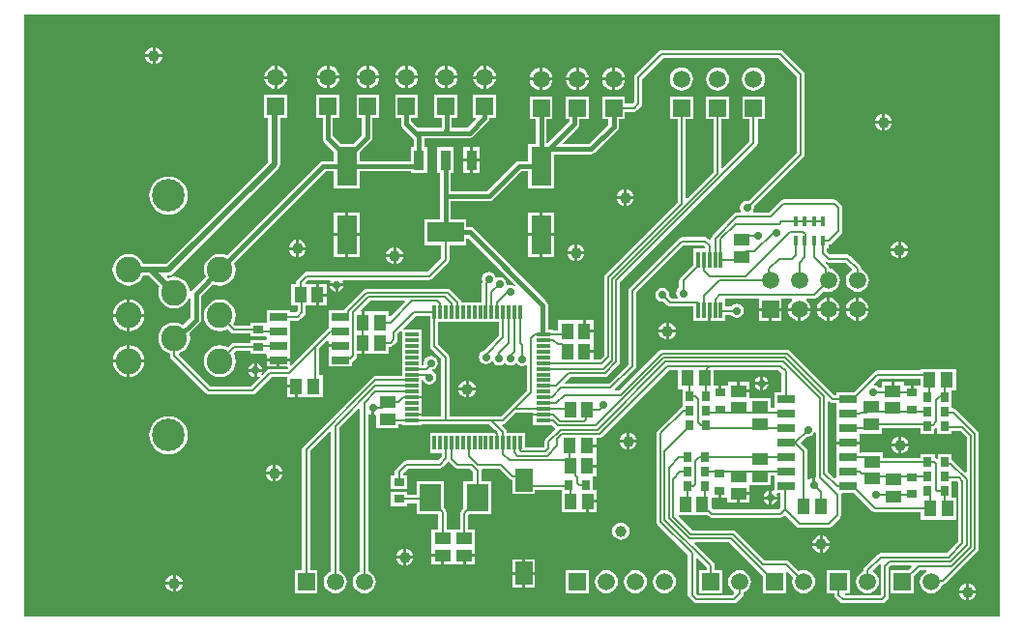
<source format=gtl>
G04*
G04 #@! TF.GenerationSoftware,Altium Limited,Altium Designer,20.1.11 (218)*
G04*
G04 Layer_Physical_Order=1*
G04 Layer_Color=255*
%FSLAX25Y25*%
%MOIN*%
G70*
G04*
G04 #@! TF.SameCoordinates,2A16CBDB-C64F-4E12-ACEB-A9EF2D748E26*
G04*
G04*
G04 #@! TF.FilePolarity,Positive*
G04*
G01*
G75*
%ADD14C,0.00700*%
%ADD36R,0.05512X0.04331*%
%ADD37R,0.04331X0.05512*%
%ADD38R,0.07480X0.09449*%
%ADD39R,0.03740X0.06890*%
%ADD40R,0.12598X0.06890*%
%ADD41R,0.01181X0.05512*%
%ADD42R,0.06004X0.02559*%
%ADD43R,0.01181X0.04724*%
%ADD44R,0.04724X0.01181*%
%ADD45R,0.05906X0.07874*%
%ADD46R,0.01772X0.03543*%
%ADD47R,0.03543X0.02756*%
%ADD48R,0.02756X0.03543*%
%ADD49R,0.07087X0.13386*%
%ADD50C,0.01500*%
%ADD51C,0.02000*%
%ADD52C,0.11200*%
%ADD53C,0.08900*%
%ADD54C,0.05906*%
%ADD55R,0.05906X0.05906*%
%ADD56R,0.05906X0.05906*%
%ADD57C,0.02756*%
%ADD58C,0.03937*%
G36*
X437123Y96570D02*
X436930Y96376D01*
X100876D01*
Y304123D01*
X437123D01*
Y96570D01*
D02*
G37*
%LPC*%
G36*
X146000Y292928D02*
Y290500D01*
X148428D01*
X148392Y290775D01*
X148093Y291497D01*
X147617Y292117D01*
X146997Y292593D01*
X146275Y292892D01*
X146000Y292928D01*
D02*
G37*
G36*
X145000D02*
X144725Y292892D01*
X144003Y292593D01*
X143383Y292117D01*
X142907Y291497D01*
X142608Y290775D01*
X142572Y290500D01*
X145000D01*
Y292928D01*
D02*
G37*
G36*
X148428Y289500D02*
X146000D01*
Y287072D01*
X146275Y287108D01*
X146997Y287407D01*
X147617Y287883D01*
X148093Y288503D01*
X148392Y289225D01*
X148428Y289500D01*
D02*
G37*
G36*
X145000D02*
X142572D01*
X142608Y289225D01*
X142907Y288503D01*
X143383Y287883D01*
X144003Y287407D01*
X144725Y287108D01*
X145000Y287072D01*
Y289500D01*
D02*
G37*
G36*
X246745Y286551D02*
Y283130D01*
X250166D01*
X250096Y283662D01*
X249698Y284624D01*
X249064Y285450D01*
X248238Y286083D01*
X247277Y286481D01*
X246745Y286551D01*
D02*
G37*
G36*
X233117D02*
Y283130D01*
X236538D01*
X236468Y283662D01*
X236070Y284624D01*
X235436Y285450D01*
X234611Y286083D01*
X233649Y286481D01*
X233117Y286551D01*
D02*
G37*
G36*
X219774D02*
Y283130D01*
X223195D01*
X223125Y283662D01*
X222726Y284624D01*
X222093Y285450D01*
X221267Y286083D01*
X220305Y286481D01*
X219774Y286551D01*
D02*
G37*
G36*
X206000D02*
Y283130D01*
X209421D01*
X209351Y283662D01*
X208953Y284624D01*
X208319Y285450D01*
X207493Y286083D01*
X206532Y286481D01*
X206000Y286551D01*
D02*
G37*
G36*
X245745D02*
X245213Y286481D01*
X244251Y286083D01*
X243426Y285450D01*
X242792Y284624D01*
X242394Y283662D01*
X242324Y283130D01*
X245745D01*
Y286551D01*
D02*
G37*
G36*
X232117D02*
X231585Y286481D01*
X230624Y286083D01*
X229798Y285450D01*
X229165Y284624D01*
X228766Y283662D01*
X228696Y283130D01*
X232117D01*
Y286551D01*
D02*
G37*
G36*
X218774D02*
X218242Y286481D01*
X217280Y286083D01*
X216454Y285450D01*
X215821Y284624D01*
X215423Y283662D01*
X215353Y283130D01*
X218774D01*
Y286551D01*
D02*
G37*
G36*
X205000D02*
X204468Y286481D01*
X203507Y286083D01*
X202681Y285450D01*
X202047Y284624D01*
X201649Y283662D01*
X201579Y283130D01*
X205000D01*
Y286551D01*
D02*
G37*
G36*
X260000Y286421D02*
Y283000D01*
X263421D01*
X263351Y283532D01*
X262953Y284493D01*
X262319Y285319D01*
X261493Y285953D01*
X260532Y286351D01*
X260000Y286421D01*
D02*
G37*
G36*
X188000D02*
Y283000D01*
X191421D01*
X191351Y283532D01*
X190953Y284493D01*
X190319Y285319D01*
X189493Y285953D01*
X188532Y286351D01*
X188000Y286421D01*
D02*
G37*
G36*
X259000D02*
X258468Y286351D01*
X257507Y285953D01*
X256681Y285319D01*
X256047Y284493D01*
X255649Y283532D01*
X255579Y283000D01*
X259000D01*
Y286421D01*
D02*
G37*
G36*
X187000D02*
X186468Y286351D01*
X185507Y285953D01*
X184681Y285319D01*
X184047Y284493D01*
X183649Y283532D01*
X183579Y283000D01*
X187000D01*
Y286421D01*
D02*
G37*
G36*
X304500Y285921D02*
Y282500D01*
X307921D01*
X307851Y283032D01*
X307453Y283993D01*
X306819Y284819D01*
X305993Y285453D01*
X305032Y285851D01*
X304500Y285921D01*
D02*
G37*
G36*
X292000D02*
Y282500D01*
X295421D01*
X295351Y283032D01*
X294953Y283993D01*
X294319Y284819D01*
X293493Y285453D01*
X292532Y285851D01*
X292000Y285921D01*
D02*
G37*
G36*
X279500D02*
Y282500D01*
X282921D01*
X282851Y283032D01*
X282453Y283993D01*
X281819Y284819D01*
X280993Y285453D01*
X280032Y285851D01*
X279500Y285921D01*
D02*
G37*
G36*
X303500D02*
X302968Y285851D01*
X302007Y285453D01*
X301181Y284819D01*
X300547Y283993D01*
X300149Y283032D01*
X300079Y282500D01*
X303500D01*
Y285921D01*
D02*
G37*
G36*
X291000D02*
X290468Y285851D01*
X289507Y285453D01*
X288681Y284819D01*
X288047Y283993D01*
X287649Y283032D01*
X287579Y282500D01*
X291000D01*
Y285921D01*
D02*
G37*
G36*
X278500D02*
X277968Y285851D01*
X277007Y285453D01*
X276181Y284819D01*
X275547Y283993D01*
X275149Y283032D01*
X275079Y282500D01*
X278500D01*
Y285921D01*
D02*
G37*
G36*
X236538Y282130D02*
X233117D01*
Y278709D01*
X233649Y278779D01*
X234611Y279178D01*
X235436Y279811D01*
X236070Y280637D01*
X236468Y281598D01*
X236538Y282130D01*
D02*
G37*
G36*
X223195D02*
X219774D01*
Y278709D01*
X220305Y278779D01*
X221267Y279178D01*
X222093Y279811D01*
X222726Y280637D01*
X223125Y281598D01*
X223195Y282130D01*
D02*
G37*
G36*
X250166D02*
X246745D01*
Y278709D01*
X247277Y278779D01*
X248238Y279178D01*
X249064Y279811D01*
X249698Y280637D01*
X250096Y281598D01*
X250166Y282130D01*
D02*
G37*
G36*
X209421D02*
X206000D01*
Y278709D01*
X206532Y278779D01*
X207493Y279178D01*
X208319Y279811D01*
X208953Y280637D01*
X209351Y281598D01*
X209421Y282130D01*
D02*
G37*
G36*
X245745D02*
X242324D01*
X242394Y281598D01*
X242792Y280637D01*
X243426Y279811D01*
X244251Y279178D01*
X245213Y278779D01*
X245745Y278709D01*
Y282130D01*
D02*
G37*
G36*
X205000D02*
X201579D01*
X201649Y281598D01*
X202047Y280637D01*
X202681Y279811D01*
X203507Y279178D01*
X204468Y278779D01*
X205000Y278709D01*
Y282130D01*
D02*
G37*
G36*
X232117D02*
X228696D01*
X228766Y281598D01*
X229165Y280637D01*
X229798Y279811D01*
X230624Y279178D01*
X231585Y278779D01*
X232117Y278709D01*
Y282130D01*
D02*
G37*
G36*
X218774D02*
X215353D01*
X215423Y281598D01*
X215821Y280637D01*
X216454Y279811D01*
X217280Y279178D01*
X218242Y278779D01*
X218774Y278709D01*
Y282130D01*
D02*
G37*
G36*
X263421Y282000D02*
X260000D01*
Y278579D01*
X260532Y278649D01*
X261493Y279047D01*
X262319Y279681D01*
X262953Y280507D01*
X263351Y281468D01*
X263421Y282000D01*
D02*
G37*
G36*
X191421D02*
X188000D01*
Y278579D01*
X188532Y278649D01*
X189493Y279047D01*
X190319Y279681D01*
X190953Y280507D01*
X191351Y281468D01*
X191421Y282000D01*
D02*
G37*
G36*
X187000D02*
X183579D01*
X183649Y281468D01*
X184047Y280507D01*
X184681Y279681D01*
X185507Y279047D01*
X186468Y278649D01*
X187000Y278579D01*
Y282000D01*
D02*
G37*
G36*
X259000D02*
X255579D01*
X255649Y281468D01*
X256047Y280507D01*
X256681Y279681D01*
X257507Y279047D01*
X258468Y278649D01*
X259000Y278579D01*
Y282000D01*
D02*
G37*
G36*
X307921Y281500D02*
X304500D01*
Y278079D01*
X305032Y278149D01*
X305993Y278547D01*
X306819Y279181D01*
X307453Y280007D01*
X307851Y280968D01*
X307921Y281500D01*
D02*
G37*
G36*
X295421D02*
X292000D01*
Y278079D01*
X292532Y278149D01*
X293493Y278547D01*
X294319Y279181D01*
X294953Y280007D01*
X295351Y280968D01*
X295421Y281500D01*
D02*
G37*
G36*
X282921D02*
X279500D01*
Y278079D01*
X280032Y278149D01*
X280993Y278547D01*
X281819Y279181D01*
X282453Y280007D01*
X282851Y280968D01*
X282921Y281500D01*
D02*
G37*
G36*
X303500D02*
X300079D01*
X300149Y280968D01*
X300547Y280007D01*
X301181Y279181D01*
X302007Y278547D01*
X302968Y278149D01*
X303500Y278079D01*
Y281500D01*
D02*
G37*
G36*
X291000D02*
X287579D01*
X287649Y280968D01*
X288047Y280007D01*
X288681Y279181D01*
X289507Y278547D01*
X290468Y278149D01*
X291000Y278079D01*
Y281500D01*
D02*
G37*
G36*
X278500D02*
X275079D01*
X275149Y280968D01*
X275547Y280007D01*
X276181Y279181D01*
X277007Y278547D01*
X277968Y278149D01*
X278500Y278079D01*
Y281500D01*
D02*
G37*
G36*
X320500Y291877D02*
X319973Y291772D01*
X319527Y291473D01*
X311527Y283473D01*
X311228Y283027D01*
X311123Y282500D01*
Y274070D01*
X310430Y273376D01*
X307953D01*
Y275953D01*
X300047D01*
Y268047D01*
X302216D01*
Y266239D01*
X295515Y259538D01*
X286754D01*
X286563Y260000D01*
X291762Y265199D01*
X292148Y265778D01*
X292284Y266461D01*
X292284Y266461D01*
Y268047D01*
X295453D01*
Y275953D01*
X287547D01*
Y268047D01*
X288716D01*
Y267200D01*
X281284Y259768D01*
X280784Y259975D01*
Y268047D01*
X282953D01*
Y275953D01*
X275047D01*
Y268047D01*
X277216D01*
Y259504D01*
X274457D01*
Y253595D01*
X271311D01*
X270628Y253460D01*
X270049Y253073D01*
X270049Y253073D01*
X260261Y243284D01*
X247784D01*
Y249457D01*
X248870D01*
Y258347D01*
X243130D01*
Y249457D01*
X244216D01*
Y241500D01*
Y233543D01*
X238701D01*
Y224654D01*
X244623D01*
Y220070D01*
X239930Y215376D01*
X198000D01*
X198000Y215376D01*
X197473Y215272D01*
X197027Y214973D01*
X195027Y212973D01*
X194728Y212527D01*
X194624Y212000D01*
Y211256D01*
X192835D01*
Y203744D01*
X195124D01*
Y202070D01*
X194430Y201376D01*
X192325D01*
Y202279D01*
X184321D01*
Y198310D01*
X184272Y197831D01*
X183938Y197831D01*
X178728D01*
Y196876D01*
X173570D01*
X172927Y197519D01*
X173009Y197626D01*
X173558Y198951D01*
X173745Y200374D01*
X173558Y201797D01*
X173009Y203122D01*
X172135Y204261D01*
X170997Y205135D01*
X169671Y205684D01*
X168248Y205871D01*
X166825Y205684D01*
X165499Y205135D01*
X164361Y204261D01*
X163488Y203122D01*
X162938Y201797D01*
X162751Y200374D01*
X162938Y198951D01*
X163488Y197626D01*
X164361Y196487D01*
X165499Y195613D01*
X166825Y195064D01*
X168248Y194877D01*
X169671Y195064D01*
X170957Y195597D01*
X172027Y194527D01*
X172473Y194228D01*
X173000Y194124D01*
X178728D01*
Y193075D01*
X184272D01*
X184321Y192720D01*
Y192405D01*
X183969Y191925D01*
X178728D01*
Y190924D01*
X173169D01*
X172643Y190819D01*
X172196Y190521D01*
X171034Y189358D01*
X170996Y189387D01*
X169671Y189936D01*
X168248Y190123D01*
X166825Y189936D01*
X165499Y189387D01*
X164361Y188513D01*
X163488Y187374D01*
X162938Y186049D01*
X162751Y184626D01*
X162938Y183203D01*
X163488Y181878D01*
X164361Y180739D01*
X165499Y179865D01*
X166825Y179316D01*
X168248Y179129D01*
X169671Y179316D01*
X170996Y179865D01*
X172135Y180739D01*
X173009Y181878D01*
X173558Y183203D01*
X173745Y184626D01*
X173558Y186049D01*
X173009Y187374D01*
X172980Y187411D01*
X173739Y188171D01*
X178728D01*
Y187169D01*
X183821D01*
X184272Y187169D01*
X184321Y186690D01*
Y185500D01*
X188323D01*
X192325D01*
Y187221D01*
X192325Y187279D01*
Y187721D01*
X192325Y187779D01*
Y192220D01*
X192325Y192280D01*
Y192720D01*
X192325Y192780D01*
Y197221D01*
X192325Y197280D01*
Y197721D01*
X192325Y197780D01*
Y198624D01*
X195000D01*
X195527Y198728D01*
X195973Y199027D01*
X197473Y200527D01*
X197772Y200973D01*
X197876Y201500D01*
Y203744D01*
X201406D01*
Y207500D01*
Y211256D01*
X197910D01*
X197703Y211756D01*
X198570Y212624D01*
X206194D01*
X206430Y212183D01*
X206260Y211928D01*
X206175Y211500D01*
X210825D01*
X210740Y211928D01*
X210570Y212183D01*
X210806Y212624D01*
X240500D01*
X241027Y212728D01*
X241473Y213027D01*
X246973Y218527D01*
X246973Y218527D01*
X247272Y218973D01*
X247376Y219500D01*
Y224654D01*
X253299D01*
Y226984D01*
X253799Y227177D01*
X270053Y210924D01*
X269734Y210535D01*
X269428Y210740D01*
X268500Y210925D01*
X267572Y210740D01*
X267497Y210690D01*
X267081Y210968D01*
X267128Y211204D01*
X266944Y212132D01*
X266418Y212918D01*
X265632Y213444D01*
X264704Y213628D01*
X263843Y213457D01*
X263648Y213481D01*
X263300Y213626D01*
X263240Y213928D01*
X262714Y214714D01*
X261928Y215240D01*
X261000Y215424D01*
X260072Y215240D01*
X259286Y214714D01*
X258760Y213928D01*
X258576Y213000D01*
X258758Y212081D01*
X258709Y212007D01*
X258604Y211481D01*
Y205000D01*
X251465D01*
X251382Y205416D01*
X251083Y205863D01*
X247673Y209273D01*
X247227Y209572D01*
X246700Y209677D01*
X218820D01*
X218820Y209677D01*
X218293Y209572D01*
X217847Y209273D01*
X211356Y202782D01*
X211057Y202336D01*
X211046Y202279D01*
X205675D01*
Y197721D01*
X205675D01*
Y197280D01*
X205675D01*
Y196072D01*
X205527Y195973D01*
X205527Y195973D01*
X200027Y190473D01*
X192787Y183233D01*
X192325Y183425D01*
Y184500D01*
X188823D01*
Y182720D01*
X191621D01*
X191812Y182258D01*
X191430Y181876D01*
X185500D01*
X184973Y181772D01*
X184527Y181473D01*
X182769Y179716D01*
X182381Y180034D01*
X182740Y180572D01*
X182825Y181000D01*
X181000D01*
Y179175D01*
X181428Y179260D01*
X181966Y179619D01*
X182284Y179231D01*
X178930Y175876D01*
X165070D01*
X154188Y186759D01*
X154305Y187349D01*
X155248Y187739D01*
X156387Y188613D01*
X157261Y189752D01*
X157810Y191077D01*
X157997Y192500D01*
X157810Y193923D01*
X157703Y194180D01*
X161262Y197738D01*
X161648Y198317D01*
X161784Y199000D01*
X161784Y199000D01*
Y207135D01*
X165861Y211212D01*
X166825Y210812D01*
X168248Y210625D01*
X169671Y210812D01*
X170996Y211362D01*
X172135Y212235D01*
X173009Y213373D01*
X173558Y214699D01*
X173745Y216122D01*
X173558Y217545D01*
X173158Y218509D01*
X204676Y250027D01*
X207457D01*
Y244118D01*
X216543D01*
Y250027D01*
X234075D01*
Y249457D01*
X239815D01*
Y258347D01*
X238729D01*
Y261546D01*
X254330D01*
X255013Y261682D01*
X255592Y262069D01*
X260762Y267238D01*
X261149Y267817D01*
X261284Y268500D01*
Y268547D01*
X263453D01*
Y276453D01*
X255547D01*
Y268547D01*
X256371D01*
X256562Y268085D01*
X253591Y265115D01*
X248284D01*
Y268678D01*
X250198D01*
Y276583D01*
X242292D01*
Y268678D01*
X244716D01*
Y265239D01*
X244591Y265115D01*
X236945D01*
X236498Y265026D01*
X234284Y267239D01*
Y268678D01*
X236570D01*
Y276583D01*
X228664D01*
Y268678D01*
X230716D01*
Y266500D01*
X230852Y265817D01*
X231238Y265238D01*
X235161Y261316D01*
Y258347D01*
X234075D01*
Y253595D01*
X216543D01*
Y256981D01*
X219136Y259573D01*
X219383Y259738D01*
X220262Y260617D01*
X220649Y261196D01*
X220784Y261879D01*
Y268678D01*
X223226D01*
Y276583D01*
X215321D01*
Y268678D01*
X217216D01*
Y262618D01*
X217025Y262427D01*
X216778Y262262D01*
X214020Y259504D01*
X209980D01*
X207284Y262200D01*
Y268678D01*
X209453D01*
Y276583D01*
X201547D01*
Y268678D01*
X203716D01*
Y261461D01*
X203852Y260778D01*
X204238Y260199D01*
X207457Y256981D01*
Y253595D01*
X203937D01*
X203937Y253595D01*
X203254Y253460D01*
X202675Y253073D01*
X202675Y253073D01*
X170635Y221032D01*
X169671Y221432D01*
X168248Y221619D01*
X166825Y221432D01*
X165499Y220883D01*
X164361Y220009D01*
X163488Y218871D01*
X162938Y217545D01*
X162751Y216122D01*
X162938Y214699D01*
X163338Y213735D01*
X158738Y209136D01*
X158443Y208693D01*
X157926Y208786D01*
X157810Y209671D01*
X157261Y210997D01*
X156387Y212135D01*
X155248Y213009D01*
X153923Y213558D01*
X152500Y213745D01*
X151077Y213558D01*
X150368Y213264D01*
X150011Y213621D01*
X150202Y214083D01*
X150622D01*
X151402Y214238D01*
X152064Y214680D01*
X188442Y251058D01*
X188884Y251720D01*
X189039Y252500D01*
Y268547D01*
X191453D01*
Y276453D01*
X183547D01*
Y268547D01*
X184961D01*
Y253345D01*
X149777Y218161D01*
X141806D01*
X141513Y218871D01*
X140639Y220009D01*
X139500Y220883D01*
X138175Y221432D01*
X136752Y221619D01*
X135329Y221432D01*
X134003Y220883D01*
X132865Y220009D01*
X131991Y218871D01*
X131442Y217545D01*
X131255Y216122D01*
X131442Y214699D01*
X131991Y213373D01*
X132865Y212235D01*
X134003Y211362D01*
X135329Y210812D01*
X136752Y210625D01*
X138175Y210812D01*
X139500Y211362D01*
X140639Y212235D01*
X141513Y213373D01*
X141806Y214083D01*
X143781D01*
X147484Y210380D01*
X147190Y209671D01*
X147003Y208248D01*
X147190Y206825D01*
X147739Y205500D01*
X148613Y204361D01*
X149751Y203487D01*
X151077Y202938D01*
X152500Y202751D01*
X153923Y202938D01*
X155248Y203487D01*
X156387Y204361D01*
X157261Y205500D01*
X157716Y206598D01*
X158216Y206499D01*
Y199739D01*
X155525Y197048D01*
X155248Y197261D01*
X153923Y197810D01*
X152500Y197997D01*
X151077Y197810D01*
X149751Y197261D01*
X148613Y196387D01*
X147739Y195248D01*
X147190Y193923D01*
X147003Y192500D01*
X147190Y191077D01*
X147739Y189752D01*
X148613Y188613D01*
X149751Y187739D01*
X151077Y187190D01*
X151124Y187184D01*
Y186500D01*
X151228Y185973D01*
X151527Y185527D01*
X163527Y173527D01*
X163973Y173228D01*
X164500Y173124D01*
X179500D01*
X180027Y173228D01*
X180473Y173527D01*
X186070Y179124D01*
X191429D01*
Y176500D01*
X194595D01*
Y176000D01*
X195095D01*
Y172244D01*
X203665D01*
Y179756D01*
X202376D01*
Y188930D01*
X205213Y191767D01*
X205675Y191575D01*
Y190500D01*
X209677D01*
Y189500D01*
X205675D01*
Y187721D01*
X205675D01*
Y187279D01*
X205675D01*
Y182720D01*
X213679D01*
Y184270D01*
X214063Y184527D01*
X215002Y185466D01*
X215301Y185913D01*
X215406Y186439D01*
Y187244D01*
X217047D01*
Y191000D01*
X218047D01*
Y187244D01*
X226618D01*
Y189623D01*
X227000D01*
X227527Y189728D01*
X227973Y190027D01*
X229073Y191127D01*
X229372Y191573D01*
X229476Y192100D01*
Y194030D01*
X230500Y195053D01*
X231000Y194846D01*
Y192173D01*
Y188236D01*
Y184299D01*
Y179392D01*
X221746D01*
X221219Y179287D01*
X220772Y178989D01*
X197027Y155243D01*
X196728Y154797D01*
X196624Y154270D01*
Y112453D01*
X194047D01*
Y104547D01*
X201953D01*
Y112453D01*
X199376D01*
Y153700D01*
X206162Y160485D01*
X206624Y160294D01*
Y112208D01*
X206007Y111953D01*
X205181Y111319D01*
X204547Y110493D01*
X204149Y109532D01*
X204013Y108500D01*
X204149Y107468D01*
X204547Y106507D01*
X205181Y105681D01*
X206007Y105047D01*
X206968Y104649D01*
X208000Y104513D01*
X209032Y104649D01*
X209993Y105047D01*
X210819Y105681D01*
X211453Y106507D01*
X211851Y107468D01*
X211987Y108500D01*
X211851Y109532D01*
X211453Y110493D01*
X210819Y111319D01*
X209993Y111953D01*
X209377Y112208D01*
Y161720D01*
X216162Y168505D01*
X216623Y168314D01*
Y112208D01*
X216007Y111953D01*
X215181Y111319D01*
X214547Y110493D01*
X214149Y109532D01*
X214013Y108500D01*
X214149Y107468D01*
X214547Y106507D01*
X215181Y105681D01*
X216007Y105047D01*
X216968Y104649D01*
X218000Y104513D01*
X219032Y104649D01*
X219993Y105047D01*
X220819Y105681D01*
X221453Y106507D01*
X221851Y107468D01*
X221987Y108500D01*
X221851Y109532D01*
X221453Y110493D01*
X220819Y111319D01*
X219993Y111953D01*
X219376Y112208D01*
Y166194D01*
X219817Y166430D01*
X220072Y166260D01*
X220500Y166175D01*
Y168500D01*
X221500D01*
Y166175D01*
X221744Y166224D01*
X222244Y165916D01*
Y161382D01*
X229756D01*
Y162860D01*
X231000D01*
Y162646D01*
X237724D01*
Y162860D01*
X261194D01*
X263867Y160186D01*
X263676Y159724D01*
X240646D01*
Y153000D01*
X244769D01*
Y151715D01*
X243430Y150376D01*
X232500D01*
X231973Y150272D01*
X231527Y149973D01*
X229027Y147473D01*
X228728Y147027D01*
X228624Y146500D01*
Y145331D01*
X227228D01*
Y140575D01*
X232772D01*
Y145331D01*
X231377D01*
Y145930D01*
X233070Y147624D01*
X244000D01*
X244527Y147728D01*
X244973Y148027D01*
X246716Y149770D01*
X247354Y149700D01*
X249027Y148027D01*
X249473Y147728D01*
X250000Y147624D01*
X254430D01*
X255624Y146430D01*
Y143224D01*
X252260D01*
Y133722D01*
X251527Y132989D01*
X251228Y132543D01*
X251123Y132016D01*
Y126665D01*
X248744D01*
Y126618D01*
X246376D01*
Y132374D01*
X246272Y132901D01*
X245973Y133347D01*
X245973Y133347D01*
X245598Y133722D01*
Y143224D01*
X236118D01*
Y138424D01*
X232772D01*
Y139425D01*
X227228D01*
Y134669D01*
X232772D01*
Y135671D01*
X236118D01*
Y131776D01*
X243623D01*
Y126618D01*
X241244D01*
Y120287D01*
Y118047D01*
X245000D01*
Y117547D01*
X245500D01*
Y114382D01*
X248756D01*
Y114429D01*
X252000D01*
Y117595D01*
X252500D01*
Y118095D01*
X256256D01*
Y120335D01*
Y126665D01*
X253876D01*
Y131446D01*
X254206Y131776D01*
X261740D01*
Y143224D01*
X258377D01*
Y147000D01*
X258377Y147000D01*
X258352Y147124D01*
X258762Y147624D01*
X264430D01*
X268027Y144027D01*
X268027Y144027D01*
X268473Y143728D01*
X269000Y143624D01*
X269047D01*
Y138705D01*
X276953D01*
Y140124D01*
X285518D01*
X285974Y140017D01*
Y132505D01*
X294544D01*
Y136261D01*
X295044D01*
Y136761D01*
X298210D01*
Y140017D01*
X296831D01*
Y144744D01*
X298071D01*
Y148000D01*
X294905D01*
Y149000D01*
X298071D01*
Y152256D01*
X298024D01*
Y155000D01*
X294858D01*
Y156000D01*
X298024D01*
Y158229D01*
X299066D01*
X299592Y158334D01*
X300039Y158633D01*
X323030Y181624D01*
X326231D01*
Y174957D01*
X327678D01*
Y170272D01*
X327669D01*
Y168811D01*
X327473Y168772D01*
X327027Y168473D01*
X319227Y160673D01*
X318928Y160227D01*
X318824Y159700D01*
Y129300D01*
X318928Y128773D01*
X319227Y128327D01*
X329624Y117930D01*
Y104000D01*
X329728Y103473D01*
X330027Y103027D01*
X331527Y101527D01*
X331973Y101228D01*
X332500Y101124D01*
X345500D01*
X346027Y101228D01*
X346473Y101527D01*
X348405Y103458D01*
X348703Y103905D01*
X348808Y104431D01*
X348808Y104431D01*
Y104792D01*
X349425Y105047D01*
X350251Y105681D01*
X350884Y106507D01*
X351283Y107468D01*
X351418Y108500D01*
X351283Y109532D01*
X350884Y110493D01*
X350251Y111319D01*
X349425Y111953D01*
X348463Y112351D01*
X347431Y112487D01*
X346400Y112351D01*
X345438Y111953D01*
X344612Y111319D01*
X343979Y110493D01*
X343580Y109532D01*
X343445Y108500D01*
X343580Y107468D01*
X343979Y106507D01*
X344612Y105681D01*
X345413Y105067D01*
X345503Y104964D01*
X345588Y104535D01*
X344930Y103876D01*
X333070D01*
X332377Y104570D01*
Y116524D01*
X332838Y116715D01*
X336055Y113498D01*
Y112453D01*
X333479D01*
Y104547D01*
X341384D01*
Y112453D01*
X338808D01*
Y114068D01*
X338808Y114069D01*
X338703Y114595D01*
X338405Y115042D01*
X331785Y121662D01*
X331976Y122124D01*
X343930D01*
X355547Y110506D01*
Y104547D01*
X363453D01*
Y111893D01*
X363953Y112101D01*
X365905Y110149D01*
X365649Y109532D01*
X365513Y108500D01*
X365649Y107468D01*
X366047Y106507D01*
X366681Y105681D01*
X367507Y105047D01*
X368468Y104649D01*
X369500Y104513D01*
X370532Y104649D01*
X371493Y105047D01*
X372319Y105681D01*
X372953Y106507D01*
X373351Y107468D01*
X373487Y108500D01*
X373351Y109532D01*
X372953Y110493D01*
X372319Y111319D01*
X371493Y111953D01*
X370532Y112351D01*
X369500Y112487D01*
X368468Y112351D01*
X367851Y112095D01*
X364473Y115473D01*
X364027Y115772D01*
X363500Y115876D01*
X356050D01*
X346053Y125873D01*
X345607Y126172D01*
X345080Y126276D01*
X331170D01*
X326347Y131100D01*
X326538Y131562D01*
X336240D01*
X336373Y131535D01*
X336373Y131535D01*
X336393D01*
X336902Y131027D01*
X337348Y130728D01*
X337875Y130623D01*
X337875Y130624D01*
X361500D01*
X362027Y130728D01*
X362473Y131027D01*
X363000Y131553D01*
X367027Y127527D01*
X367473Y127228D01*
X368000Y127123D01*
X368000Y127124D01*
X378000D01*
X378527Y127228D01*
X378973Y127527D01*
X381973Y130527D01*
X382272Y130973D01*
X382377Y131500D01*
Y138500D01*
X382333Y138721D01*
X382698Y139220D01*
X386733D01*
X393192Y132761D01*
X393639Y132463D01*
X394165Y132358D01*
X409935D01*
Y129978D01*
X422171D01*
Y137490D01*
X420577D01*
Y143124D01*
X422430D01*
X422924Y142630D01*
Y122370D01*
X418930Y118376D01*
X396000D01*
X395473Y118272D01*
X395027Y117973D01*
X390527Y113473D01*
X390228Y113027D01*
X390124Y112500D01*
Y112208D01*
X389507Y111953D01*
X388681Y111319D01*
X388047Y110493D01*
X387649Y109532D01*
X387513Y108500D01*
X387649Y107468D01*
X388047Y106507D01*
X388681Y105681D01*
X389507Y105047D01*
X390468Y104649D01*
X391500Y104513D01*
X392532Y104649D01*
X393493Y105047D01*
X394319Y105681D01*
X394953Y106507D01*
X395351Y107468D01*
X395487Y108500D01*
X395351Y109532D01*
X394953Y110493D01*
X394319Y111319D01*
X393557Y111904D01*
X393446Y112172D01*
X393391Y112445D01*
X395936Y114990D01*
X396325Y114671D01*
X396228Y114527D01*
X396124Y114000D01*
Y104070D01*
X395930Y103876D01*
X383806D01*
X383678Y104047D01*
X383927Y104547D01*
X385453D01*
Y112453D01*
X377547D01*
Y104547D01*
X380123D01*
Y104000D01*
X380228Y103473D01*
X380527Y103027D01*
X382027Y101527D01*
X382473Y101228D01*
X383000Y101124D01*
X396500D01*
X397027Y101228D01*
X397473Y101527D01*
X398473Y102527D01*
X398473Y102527D01*
X398772Y102973D01*
X398877Y103500D01*
Y113430D01*
X399570Y114124D01*
X406524D01*
X406715Y113662D01*
X405506Y112453D01*
X399547D01*
Y104547D01*
X407453D01*
Y110506D01*
X409570Y112624D01*
X411820D01*
X411919Y112124D01*
X411507Y111953D01*
X410681Y111319D01*
X410047Y110493D01*
X409649Y109532D01*
X409513Y108500D01*
X409649Y107468D01*
X410047Y106507D01*
X410681Y105681D01*
X411507Y105047D01*
X412468Y104649D01*
X413500Y104513D01*
X414532Y104649D01*
X415493Y105047D01*
X416319Y105681D01*
X416953Y106507D01*
X417351Y107468D01*
X417372Y107626D01*
X417503D01*
X418029Y107731D01*
X418476Y108029D01*
X429473Y119027D01*
X429473Y119027D01*
X429772Y119473D01*
X429877Y120000D01*
X429877Y120000D01*
Y159500D01*
X429877Y159500D01*
X429772Y160027D01*
X429473Y160473D01*
X421973Y167973D01*
X421527Y168272D01*
X421000Y168376D01*
X420383D01*
Y170087D01*
X420365D01*
Y174463D01*
X421975D01*
Y181974D01*
X409739D01*
Y181376D01*
X394900D01*
X394900Y181377D01*
X394373Y181272D01*
X393926Y180973D01*
X393926Y180973D01*
X386733Y173779D01*
X380675D01*
Y172876D01*
X380070D01*
X364773Y188173D01*
X364327Y188472D01*
X363800Y188576D01*
X320720D01*
X320193Y188472D01*
X319747Y188173D01*
X305950Y174376D01*
X304530D01*
X304323Y174876D01*
X311473Y182027D01*
X311772Y182473D01*
X311877Y183000D01*
X311877Y183000D01*
Y208430D01*
X328070Y224623D01*
X335020D01*
X335596Y224048D01*
Y223417D01*
X331472D01*
Y217852D01*
X327027Y213406D01*
X326728Y212960D01*
X326624Y212433D01*
Y209940D01*
X326286Y209714D01*
X325760Y208928D01*
X325575Y208000D01*
X325760Y207072D01*
X326062Y206621D01*
X325794Y206121D01*
X324076D01*
X323095Y207101D01*
X323175Y207500D01*
X322990Y208428D01*
X322464Y209214D01*
X321678Y209740D01*
X320750Y209925D01*
X319822Y209740D01*
X319036Y209214D01*
X318510Y208428D01*
X318325Y207500D01*
X318510Y206572D01*
X319036Y205786D01*
X319822Y205260D01*
X320750Y205076D01*
X321149Y205155D01*
X322532Y203771D01*
X322979Y203473D01*
X323505Y203368D01*
X331472D01*
Y198583D01*
X336622D01*
Y202339D01*
X337378D01*
Y198583D01*
X342528D01*
Y200624D01*
X344560D01*
X344786Y200286D01*
X345572Y199760D01*
X346500Y199575D01*
X347428Y199760D01*
X348214Y200286D01*
X348740Y201072D01*
X348924Y202000D01*
X348740Y202928D01*
X348214Y203714D01*
X347428Y204240D01*
X346500Y204425D01*
X345572Y204240D01*
X344786Y203714D01*
X344560Y203376D01*
X342528D01*
Y206095D01*
X343016Y206123D01*
X354047D01*
Y203000D01*
X361953D01*
Y206123D01*
X365408D01*
X365578Y205624D01*
X365181Y205319D01*
X364547Y204493D01*
X364149Y203532D01*
X364079Y203000D01*
X371921D01*
X371851Y203532D01*
X371453Y204493D01*
X370819Y205319D01*
X370422Y205624D01*
X370592Y206123D01*
X373000D01*
X373527Y206228D01*
X373973Y206527D01*
X376351Y208905D01*
X376968Y208649D01*
X378000Y208513D01*
X379032Y208649D01*
X379993Y209047D01*
X380819Y209681D01*
X381453Y210507D01*
X381851Y211468D01*
X381987Y212500D01*
X381851Y213532D01*
X381453Y214493D01*
X380819Y215319D01*
X379993Y215953D01*
X379032Y216351D01*
X378855Y216374D01*
X378380Y216496D01*
X378276Y217023D01*
X377977Y217469D01*
X377977Y217469D01*
X377010Y218436D01*
X377294Y218848D01*
X377473Y218728D01*
X378000Y218623D01*
X383930D01*
X386108Y216445D01*
X386054Y216172D01*
X385943Y215904D01*
X385181Y215319D01*
X384547Y214493D01*
X384149Y213532D01*
X384013Y212500D01*
X384149Y211468D01*
X384547Y210507D01*
X385181Y209681D01*
X386007Y209047D01*
X386968Y208649D01*
X388000Y208513D01*
X389032Y208649D01*
X389993Y209047D01*
X390819Y209681D01*
X391453Y210507D01*
X391851Y211468D01*
X391987Y212500D01*
X391851Y213532D01*
X391453Y214493D01*
X390819Y215319D01*
X389993Y215953D01*
X389376Y216208D01*
Y216500D01*
X389376Y216500D01*
X389272Y217027D01*
X388973Y217473D01*
X385473Y220973D01*
X385027Y221272D01*
X384500Y221376D01*
X378570D01*
X377601Y222346D01*
Y223382D01*
X378110D01*
Y224777D01*
X378153D01*
X378680Y224882D01*
X379127Y225180D01*
X382473Y228527D01*
X382772Y228973D01*
X382876Y229500D01*
Y237500D01*
X382772Y238027D01*
X382473Y238473D01*
X380973Y239973D01*
X380527Y240272D01*
X380000Y240376D01*
X362500D01*
X361973Y240272D01*
X361527Y239973D01*
X357430Y235876D01*
X352306D01*
X352070Y236317D01*
X352240Y236572D01*
X352425Y237500D01*
X352345Y237899D01*
X369473Y255027D01*
X369772Y255473D01*
X369877Y256000D01*
Y283500D01*
X369772Y284027D01*
X369473Y284473D01*
X369473Y284473D01*
X362473Y291473D01*
X362027Y291772D01*
X361500Y291877D01*
X320500D01*
X320500Y291877D01*
D02*
G37*
G36*
X397500Y269928D02*
Y267500D01*
X399928D01*
X399892Y267775D01*
X399593Y268497D01*
X399117Y269117D01*
X398497Y269593D01*
X397775Y269892D01*
X397500Y269928D01*
D02*
G37*
G36*
X396500D02*
X396225Y269892D01*
X395503Y269593D01*
X394883Y269117D01*
X394407Y268497D01*
X394108Y267775D01*
X394072Y267500D01*
X396500D01*
Y269928D01*
D02*
G37*
G36*
X399928Y266500D02*
X397500D01*
Y264072D01*
X397775Y264108D01*
X398497Y264407D01*
X399117Y264883D01*
X399593Y265503D01*
X399892Y266225D01*
X399928Y266500D01*
D02*
G37*
G36*
X396500D02*
X394072D01*
X394108Y266225D01*
X394407Y265503D01*
X394883Y264883D01*
X395503Y264407D01*
X396225Y264108D01*
X396500Y264072D01*
Y266500D01*
D02*
G37*
G36*
X257925Y258347D02*
X255555D01*
Y254402D01*
X257925D01*
Y258347D01*
D02*
G37*
G36*
X254555D02*
X252185D01*
Y254402D01*
X254555D01*
Y258347D01*
D02*
G37*
G36*
X257925Y253402D02*
X255555D01*
Y249457D01*
X257925D01*
Y253402D01*
D02*
G37*
G36*
X254555D02*
X252185D01*
Y249457D01*
X254555D01*
Y253402D01*
D02*
G37*
G36*
X150531Y248344D02*
X149238Y248217D01*
X147994Y247840D01*
X146847Y247227D01*
X145842Y246402D01*
X145017Y245397D01*
X144404Y244250D01*
X144027Y243006D01*
X143900Y241713D01*
X144027Y240419D01*
X144404Y239175D01*
X145017Y238028D01*
X145842Y237023D01*
X146847Y236198D01*
X147994Y235585D01*
X149238Y235208D01*
X150531Y235081D01*
X151825Y235208D01*
X153069Y235585D01*
X154216Y236198D01*
X155221Y237023D01*
X156046Y238028D01*
X156659Y239175D01*
X157036Y240419D01*
X157163Y241713D01*
X157036Y243006D01*
X156659Y244250D01*
X156046Y245397D01*
X155221Y246402D01*
X154216Y247227D01*
X153069Y247840D01*
X151825Y248217D01*
X150531Y248344D01*
D02*
G37*
G36*
X216543Y235882D02*
X212500D01*
Y228689D01*
X216543D01*
Y235882D01*
D02*
G37*
G36*
X211500D02*
X207457D01*
Y228689D01*
X211500D01*
Y235882D01*
D02*
G37*
G36*
X195500Y226428D02*
Y224000D01*
X197928D01*
X197892Y224275D01*
X197593Y224997D01*
X197117Y225617D01*
X196497Y226093D01*
X195775Y226392D01*
X195500Y226428D01*
D02*
G37*
G36*
X194500D02*
X194225Y226392D01*
X193503Y226093D01*
X192883Y225617D01*
X192407Y224997D01*
X192108Y224275D01*
X192072Y224000D01*
X194500D01*
Y226428D01*
D02*
G37*
G36*
X403000Y225928D02*
Y223500D01*
X405428D01*
X405392Y223775D01*
X405093Y224497D01*
X404617Y225117D01*
X403997Y225593D01*
X403275Y225892D01*
X403000Y225928D01*
D02*
G37*
G36*
X402000D02*
X401725Y225892D01*
X401003Y225593D01*
X400383Y225117D01*
X399907Y224497D01*
X399608Y223775D01*
X399572Y223500D01*
X402000D01*
Y225928D01*
D02*
G37*
G36*
X229000Y223928D02*
Y221500D01*
X231428D01*
X231392Y221775D01*
X231093Y222497D01*
X230617Y223117D01*
X229997Y223593D01*
X229275Y223892D01*
X229000Y223928D01*
D02*
G37*
G36*
X228000D02*
X227725Y223892D01*
X227003Y223593D01*
X226383Y223117D01*
X225907Y222497D01*
X225608Y221775D01*
X225572Y221500D01*
X228000D01*
Y223928D01*
D02*
G37*
G36*
X197928Y223000D02*
X195500D01*
Y220572D01*
X195775Y220608D01*
X196497Y220907D01*
X197117Y221383D01*
X197593Y222003D01*
X197892Y222725D01*
X197928Y223000D01*
D02*
G37*
G36*
X194500D02*
X192072D01*
X192108Y222725D01*
X192407Y222003D01*
X192883Y221383D01*
X193503Y220907D01*
X194225Y220608D01*
X194500Y220572D01*
Y223000D01*
D02*
G37*
G36*
X216543Y227689D02*
X212500D01*
Y220496D01*
X216543D01*
Y227689D01*
D02*
G37*
G36*
X211500D02*
X207457D01*
Y220496D01*
X211500D01*
Y227689D01*
D02*
G37*
G36*
X405428Y222500D02*
X403000D01*
Y220072D01*
X403275Y220108D01*
X403997Y220407D01*
X404617Y220883D01*
X405093Y221503D01*
X405392Y222225D01*
X405428Y222500D01*
D02*
G37*
G36*
X402000D02*
X399572D01*
X399608Y222225D01*
X399907Y221503D01*
X400383Y220883D01*
X401003Y220407D01*
X401725Y220108D01*
X402000Y220072D01*
Y222500D01*
D02*
G37*
G36*
X231428Y220500D02*
X229000D01*
Y218072D01*
X229275Y218108D01*
X229997Y218407D01*
X230617Y218883D01*
X231093Y219503D01*
X231392Y220225D01*
X231428Y220500D01*
D02*
G37*
G36*
X228000D02*
X225572D01*
X225608Y220225D01*
X225907Y219503D01*
X226383Y218883D01*
X227003Y218407D01*
X227725Y218108D01*
X228000Y218072D01*
Y220500D01*
D02*
G37*
G36*
X210825Y210500D02*
X209000D01*
Y208675D01*
X209428Y208760D01*
X210214Y209286D01*
X210740Y210072D01*
X210825Y210500D01*
D02*
G37*
G36*
X208000D02*
X206175D01*
X206260Y210072D01*
X206786Y209286D01*
X207572Y208760D01*
X208000Y208675D01*
Y210500D01*
D02*
G37*
G36*
X205071Y211256D02*
X202406D01*
Y208000D01*
X205071D01*
Y211256D01*
D02*
G37*
G36*
Y207000D02*
X202406D01*
Y203744D01*
X205071D01*
Y207000D01*
D02*
G37*
G36*
X388500Y206421D02*
Y203000D01*
X391921D01*
X391851Y203532D01*
X391453Y204493D01*
X390819Y205319D01*
X389993Y205953D01*
X389032Y206351D01*
X388500Y206421D01*
D02*
G37*
G36*
X387500D02*
X386968Y206351D01*
X386007Y205953D01*
X385181Y205319D01*
X384547Y204493D01*
X384149Y203532D01*
X384079Y203000D01*
X387500D01*
Y206421D01*
D02*
G37*
G36*
X378500D02*
Y203000D01*
X381921D01*
X381851Y203532D01*
X381453Y204493D01*
X380819Y205319D01*
X379993Y205953D01*
X379032Y206351D01*
X378500Y206421D01*
D02*
G37*
G36*
X377500D02*
X376968Y206351D01*
X376007Y205953D01*
X375181Y205319D01*
X374547Y204493D01*
X374149Y203532D01*
X374079Y203000D01*
X377500D01*
Y206421D01*
D02*
G37*
G36*
X137252Y205805D02*
Y200874D01*
X142183D01*
X142062Y201797D01*
X141513Y203122D01*
X140639Y204261D01*
X139500Y205135D01*
X138175Y205684D01*
X137252Y205805D01*
D02*
G37*
G36*
X136252D02*
X135329Y205684D01*
X134003Y205135D01*
X132865Y204261D01*
X131991Y203122D01*
X131442Y201797D01*
X131321Y200874D01*
X136252D01*
Y205805D01*
D02*
G37*
G36*
X391921Y202000D02*
X388500D01*
Y198579D01*
X389032Y198649D01*
X389993Y199047D01*
X390819Y199681D01*
X391453Y200507D01*
X391851Y201468D01*
X391921Y202000D01*
D02*
G37*
G36*
X387500D02*
X384079D01*
X384149Y201468D01*
X384547Y200507D01*
X385181Y199681D01*
X386007Y199047D01*
X386968Y198649D01*
X387500Y198579D01*
Y202000D01*
D02*
G37*
G36*
X381921D02*
X378500D01*
Y198579D01*
X379032Y198649D01*
X379993Y199047D01*
X380819Y199681D01*
X381453Y200507D01*
X381851Y201468D01*
X381921Y202000D01*
D02*
G37*
G36*
X377500D02*
X374079D01*
X374149Y201468D01*
X374547Y200507D01*
X375181Y199681D01*
X376007Y199047D01*
X376968Y198649D01*
X377500Y198579D01*
Y202000D01*
D02*
G37*
G36*
X371921D02*
X368500D01*
Y198579D01*
X369032Y198649D01*
X369993Y199047D01*
X370819Y199681D01*
X371453Y200507D01*
X371851Y201468D01*
X371921Y202000D01*
D02*
G37*
G36*
X367500D02*
X364079D01*
X364149Y201468D01*
X364547Y200507D01*
X365181Y199681D01*
X366007Y199047D01*
X366968Y198649D01*
X367500Y198579D01*
Y202000D01*
D02*
G37*
G36*
X361953D02*
X358500D01*
Y198547D01*
X361953D01*
Y202000D01*
D02*
G37*
G36*
X357500D02*
X354047D01*
Y198547D01*
X357500D01*
Y202000D01*
D02*
G37*
G36*
X323000Y197928D02*
Y195500D01*
X325428D01*
X325392Y195775D01*
X325093Y196497D01*
X324617Y197117D01*
X323997Y197593D01*
X323275Y197892D01*
X323000Y197928D01*
D02*
G37*
G36*
X322000D02*
X321725Y197892D01*
X321003Y197593D01*
X320383Y197117D01*
X319907Y196497D01*
X319608Y195775D01*
X319572Y195500D01*
X322000D01*
Y197928D01*
D02*
G37*
G36*
X142183Y199874D02*
X137252D01*
Y194943D01*
X138175Y195064D01*
X139500Y195613D01*
X140639Y196487D01*
X141513Y197626D01*
X142062Y198951D01*
X142183Y199874D01*
D02*
G37*
G36*
X136252D02*
X131321D01*
X131442Y198951D01*
X131991Y197626D01*
X132865Y196487D01*
X134003Y195613D01*
X135329Y195064D01*
X136252Y194943D01*
Y199874D01*
D02*
G37*
G36*
X325428Y194500D02*
X323000D01*
Y192072D01*
X323275Y192108D01*
X323997Y192407D01*
X324617Y192883D01*
X325093Y193503D01*
X325392Y194225D01*
X325428Y194500D01*
D02*
G37*
G36*
X322000D02*
X319572D01*
X319608Y194225D01*
X319907Y193503D01*
X320383Y192883D01*
X321003Y192407D01*
X321725Y192108D01*
X322000Y192072D01*
Y194500D01*
D02*
G37*
G36*
X137252Y190057D02*
Y185126D01*
X142183D01*
X142062Y186049D01*
X141513Y187374D01*
X140639Y188513D01*
X139500Y189387D01*
X138175Y189936D01*
X137252Y190057D01*
D02*
G37*
G36*
X136252D02*
X135329Y189936D01*
X134003Y189387D01*
X132865Y188513D01*
X131991Y187374D01*
X131442Y186049D01*
X131321Y185126D01*
X136252D01*
Y190057D01*
D02*
G37*
G36*
X187823Y184500D02*
X184321D01*
Y182720D01*
X187823D01*
Y184500D01*
D02*
G37*
G36*
X181000Y183825D02*
Y182000D01*
X182825D01*
X182740Y182428D01*
X182214Y183214D01*
X181428Y183740D01*
X181000Y183825D01*
D02*
G37*
G36*
X180000D02*
X179572Y183740D01*
X178786Y183214D01*
X178260Y182428D01*
X178175Y182000D01*
X180000D01*
Y183825D01*
D02*
G37*
G36*
X142183Y184126D02*
X137252D01*
Y179195D01*
X138175Y179316D01*
X139500Y179865D01*
X140639Y180739D01*
X141513Y181878D01*
X142062Y183203D01*
X142183Y184126D01*
D02*
G37*
G36*
X136252D02*
X131321D01*
X131442Y183203D01*
X131991Y181878D01*
X132865Y180739D01*
X134003Y179865D01*
X135329Y179316D01*
X136252Y179195D01*
Y184126D01*
D02*
G37*
G36*
X180000Y181000D02*
X178175D01*
X178260Y180572D01*
X178786Y179786D01*
X179572Y179260D01*
X180000Y179175D01*
Y181000D01*
D02*
G37*
G36*
X194095Y175500D02*
X191429D01*
Y172244D01*
X194095D01*
Y175500D01*
D02*
G37*
G36*
X309500Y159928D02*
Y157500D01*
X311928D01*
X311892Y157775D01*
X311593Y158497D01*
X311117Y159117D01*
X310497Y159593D01*
X309775Y159892D01*
X309500Y159928D01*
D02*
G37*
G36*
X308500D02*
X308225Y159892D01*
X307503Y159593D01*
X306883Y159117D01*
X306407Y158497D01*
X306108Y157775D01*
X306072Y157500D01*
X308500D01*
Y159928D01*
D02*
G37*
G36*
X311928Y156500D02*
X309500D01*
Y154072D01*
X309775Y154108D01*
X310497Y154407D01*
X311117Y154883D01*
X311593Y155503D01*
X311892Y156225D01*
X311928Y156500D01*
D02*
G37*
G36*
X308500D02*
X306072D01*
X306108Y156225D01*
X306407Y155503D01*
X306883Y154883D01*
X307503Y154407D01*
X308225Y154108D01*
X308500Y154072D01*
Y156500D01*
D02*
G37*
G36*
X150531Y165667D02*
X149238Y165540D01*
X147994Y165163D01*
X146847Y164550D01*
X145842Y163725D01*
X145017Y162720D01*
X144404Y161573D01*
X144027Y160329D01*
X143900Y159035D01*
X144027Y157742D01*
X144404Y156498D01*
X145017Y155351D01*
X145842Y154346D01*
X146847Y153521D01*
X147994Y152908D01*
X149238Y152531D01*
X150531Y152403D01*
X151825Y152531D01*
X153069Y152908D01*
X154216Y153521D01*
X155221Y154346D01*
X156046Y155351D01*
X156659Y156498D01*
X157036Y157742D01*
X157163Y159035D01*
X157036Y160329D01*
X156659Y161573D01*
X156046Y162720D01*
X155221Y163725D01*
X154216Y164550D01*
X153069Y165163D01*
X151825Y165540D01*
X150531Y165667D01*
D02*
G37*
G36*
X187500Y148928D02*
Y146500D01*
X189928D01*
X189892Y146775D01*
X189593Y147497D01*
X189117Y148117D01*
X188497Y148593D01*
X187775Y148892D01*
X187500Y148928D01*
D02*
G37*
G36*
X186500D02*
X186225Y148892D01*
X185503Y148593D01*
X184883Y148117D01*
X184407Y147497D01*
X184108Y146775D01*
X184072Y146500D01*
X186500D01*
Y148928D01*
D02*
G37*
G36*
X189928Y145500D02*
X187500D01*
Y143072D01*
X187775Y143108D01*
X188497Y143407D01*
X189117Y143883D01*
X189593Y144503D01*
X189892Y145225D01*
X189928Y145500D01*
D02*
G37*
G36*
X186500D02*
X184072D01*
X184108Y145225D01*
X184407Y144503D01*
X184883Y143883D01*
X185503Y143407D01*
X186225Y143108D01*
X186500Y143072D01*
Y145500D01*
D02*
G37*
G36*
X298210Y135761D02*
X295544D01*
Y132505D01*
X298210D01*
Y135761D01*
D02*
G37*
G36*
X306500Y128994D02*
X305725Y128892D01*
X305003Y128593D01*
X304383Y128117D01*
X303907Y127497D01*
X303608Y126775D01*
X303506Y126000D01*
X303608Y125225D01*
X303907Y124503D01*
X304383Y123883D01*
X305003Y123407D01*
X305725Y123108D01*
X306500Y123006D01*
X307275Y123108D01*
X307997Y123407D01*
X308617Y123883D01*
X309093Y124503D01*
X309392Y125225D01*
X309494Y126000D01*
X309392Y126775D01*
X309093Y127497D01*
X308617Y128117D01*
X307997Y128593D01*
X307275Y128892D01*
X306500Y128994D01*
D02*
G37*
G36*
X376000Y124428D02*
Y122000D01*
X378428D01*
X378392Y122275D01*
X378093Y122997D01*
X377617Y123617D01*
X376997Y124093D01*
X376275Y124392D01*
X376000Y124428D01*
D02*
G37*
G36*
X375000D02*
X374725Y124392D01*
X374003Y124093D01*
X373383Y123617D01*
X372907Y122997D01*
X372608Y122275D01*
X372572Y122000D01*
X375000D01*
Y124428D01*
D02*
G37*
G36*
X378428Y121000D02*
X376000D01*
Y118572D01*
X376275Y118608D01*
X376997Y118907D01*
X377617Y119383D01*
X378093Y120003D01*
X378392Y120725D01*
X378428Y121000D01*
D02*
G37*
G36*
X375000D02*
X372572D01*
X372608Y120725D01*
X372907Y120003D01*
X373383Y119383D01*
X374003Y118907D01*
X374725Y118608D01*
X375000Y118572D01*
Y121000D01*
D02*
G37*
G36*
X232500Y119928D02*
Y117500D01*
X234928D01*
X234892Y117775D01*
X234593Y118497D01*
X234117Y119117D01*
X233497Y119593D01*
X232775Y119892D01*
X232500Y119928D01*
D02*
G37*
G36*
X231500D02*
X231225Y119892D01*
X230503Y119593D01*
X229883Y119117D01*
X229407Y118497D01*
X229108Y117775D01*
X229072Y117500D01*
X231500D01*
Y119928D01*
D02*
G37*
G36*
X256256Y117095D02*
X253000D01*
Y114429D01*
X256256D01*
Y117095D01*
D02*
G37*
G36*
X244500Y117047D02*
X241244D01*
Y114382D01*
X244500D01*
Y117047D01*
D02*
G37*
G36*
X234928Y116500D02*
X232500D01*
Y114072D01*
X232775Y114108D01*
X233497Y114407D01*
X234117Y114883D01*
X234593Y115503D01*
X234892Y116225D01*
X234928Y116500D01*
D02*
G37*
G36*
X231500D02*
X229072D01*
X229108Y116225D01*
X229407Y115503D01*
X229883Y114883D01*
X230503Y114407D01*
X231225Y114108D01*
X231500Y114072D01*
Y116500D01*
D02*
G37*
G36*
X276953Y116295D02*
X273500D01*
Y111858D01*
X276953D01*
Y116295D01*
D02*
G37*
G36*
X272500D02*
X269047D01*
Y111858D01*
X272500D01*
Y116295D01*
D02*
G37*
G36*
X153000Y110928D02*
Y108500D01*
X155428D01*
X155392Y108775D01*
X155093Y109497D01*
X154617Y110117D01*
X153997Y110593D01*
X153275Y110892D01*
X153000Y110928D01*
D02*
G37*
G36*
X152000D02*
X151725Y110892D01*
X151003Y110593D01*
X150383Y110117D01*
X149907Y109497D01*
X149608Y108775D01*
X149572Y108500D01*
X152000D01*
Y110928D01*
D02*
G37*
G36*
X276953Y110858D02*
X273500D01*
Y106421D01*
X276953D01*
Y110858D01*
D02*
G37*
G36*
X272500D02*
X269047D01*
Y106421D01*
X272500D01*
Y110858D01*
D02*
G37*
G36*
X426500Y107928D02*
Y105500D01*
X428928D01*
X428892Y105775D01*
X428593Y106497D01*
X428117Y107117D01*
X427497Y107593D01*
X426775Y107892D01*
X426500Y107928D01*
D02*
G37*
G36*
X425500D02*
X425225Y107892D01*
X424503Y107593D01*
X423883Y107117D01*
X423407Y106497D01*
X423108Y105775D01*
X423072Y105500D01*
X425500D01*
Y107928D01*
D02*
G37*
G36*
X155428Y107500D02*
X153000D01*
Y105072D01*
X153275Y105108D01*
X153997Y105407D01*
X154617Y105883D01*
X155093Y106503D01*
X155392Y107225D01*
X155428Y107500D01*
D02*
G37*
G36*
X152000D02*
X149572D01*
X149608Y107225D01*
X149907Y106503D01*
X150383Y105883D01*
X151003Y105407D01*
X151725Y105108D01*
X152000Y105072D01*
Y107500D01*
D02*
G37*
G36*
X295453Y112453D02*
X287547D01*
Y104547D01*
X295453D01*
Y112453D01*
D02*
G37*
G36*
X321500Y112487D02*
X320468Y112351D01*
X319507Y111953D01*
X318681Y111319D01*
X318047Y110493D01*
X317649Y109532D01*
X317513Y108500D01*
X317649Y107468D01*
X318047Y106507D01*
X318681Y105681D01*
X319507Y105047D01*
X320468Y104649D01*
X321500Y104513D01*
X322532Y104649D01*
X323493Y105047D01*
X324319Y105681D01*
X324953Y106507D01*
X325351Y107468D01*
X325487Y108500D01*
X325351Y109532D01*
X324953Y110493D01*
X324319Y111319D01*
X323493Y111953D01*
X322532Y112351D01*
X321500Y112487D01*
D02*
G37*
G36*
X311500D02*
X310468Y112351D01*
X309507Y111953D01*
X308681Y111319D01*
X308047Y110493D01*
X307649Y109532D01*
X307513Y108500D01*
X307649Y107468D01*
X308047Y106507D01*
X308681Y105681D01*
X309507Y105047D01*
X310468Y104649D01*
X311500Y104513D01*
X312532Y104649D01*
X313493Y105047D01*
X314319Y105681D01*
X314953Y106507D01*
X315351Y107468D01*
X315487Y108500D01*
X315351Y109532D01*
X314953Y110493D01*
X314319Y111319D01*
X313493Y111953D01*
X312532Y112351D01*
X311500Y112487D01*
D02*
G37*
G36*
X301500D02*
X300468Y112351D01*
X299507Y111953D01*
X298681Y111319D01*
X298047Y110493D01*
X297649Y109532D01*
X297513Y108500D01*
X297649Y107468D01*
X298047Y106507D01*
X298681Y105681D01*
X299507Y105047D01*
X300468Y104649D01*
X301500Y104513D01*
X302532Y104649D01*
X303493Y105047D01*
X304319Y105681D01*
X304953Y106507D01*
X305351Y107468D01*
X305487Y108500D01*
X305351Y109532D01*
X304953Y110493D01*
X304319Y111319D01*
X303493Y111953D01*
X302532Y112351D01*
X301500Y112487D01*
D02*
G37*
G36*
X428928Y104500D02*
X426500D01*
Y102072D01*
X426775Y102108D01*
X427497Y102407D01*
X428117Y102883D01*
X428593Y103503D01*
X428892Y104225D01*
X428928Y104500D01*
D02*
G37*
G36*
X425500D02*
X423072D01*
X423108Y104225D01*
X423407Y103503D01*
X423883Y102883D01*
X424503Y102407D01*
X425225Y102108D01*
X425500Y102072D01*
Y104500D01*
D02*
G37*
%LPD*%
G36*
X367124Y282930D02*
Y256570D01*
X350399Y239845D01*
X350000Y239925D01*
X349072Y239740D01*
X348286Y239214D01*
X347760Y238428D01*
X347575Y237500D01*
X347760Y236572D01*
X347930Y236317D01*
X347694Y235876D01*
X346500D01*
X346500Y235876D01*
X345973Y235772D01*
X345527Y235473D01*
X338023Y227970D01*
X337725Y227523D01*
X337620Y226996D01*
Y226570D01*
X337158Y226378D01*
X336563Y226973D01*
X336117Y227272D01*
X335590Y227377D01*
X327500D01*
X326973Y227272D01*
X326527Y226973D01*
X309527Y209973D01*
X309228Y209527D01*
X309123Y209000D01*
Y183570D01*
X302306Y176753D01*
X287353D01*
X287161Y177215D01*
X289070Y179124D01*
X300980D01*
X301507Y179228D01*
X301953Y179527D01*
X305873Y183447D01*
X306172Y183893D01*
X306276Y184420D01*
Y211830D01*
X353252Y258805D01*
X353252Y258805D01*
X353550Y259251D01*
X353655Y259778D01*
X353655Y259778D01*
Y268047D01*
X356231D01*
Y275953D01*
X348325D01*
Y268047D01*
X350902D01*
Y260348D01*
X341676Y251123D01*
X341214Y251314D01*
Y268047D01*
X343791D01*
Y275953D01*
X335885D01*
Y268047D01*
X338461D01*
Y249888D01*
X329338Y240765D01*
X328876Y240956D01*
Y268047D01*
X331350D01*
Y275953D01*
X323444D01*
Y268047D01*
X326123D01*
Y239530D01*
X301127Y214533D01*
X300828Y214087D01*
X300724Y213560D01*
Y186670D01*
X299324Y185271D01*
X297118D01*
Y187500D01*
X293953D01*
Y188500D01*
X297118D01*
Y191244D01*
X297118D01*
Y194500D01*
X293953D01*
Y195000D01*
X293453D01*
Y198756D01*
X284882D01*
Y195112D01*
X283000D01*
Y195354D01*
X281394D01*
Y203890D01*
X281258Y204573D01*
X280872Y205152D01*
X255663Y230360D01*
X255084Y230747D01*
X254402Y230883D01*
X253299D01*
Y233543D01*
X247784D01*
Y239716D01*
X261000D01*
X261683Y239851D01*
X262262Y240238D01*
X272050Y250027D01*
X274457D01*
Y244118D01*
X283543D01*
Y255970D01*
X296254D01*
X296937Y256105D01*
X297516Y256492D01*
X305262Y264238D01*
X305262Y264238D01*
X305648Y264817D01*
X305784Y265500D01*
Y268047D01*
X307953D01*
Y270623D01*
X311000D01*
X311527Y270728D01*
X311973Y271027D01*
X313473Y272527D01*
X313772Y272973D01*
X313877Y273500D01*
Y281930D01*
X321070Y289124D01*
X360930D01*
X367124Y282930D01*
D02*
G37*
G36*
X232115Y205062D02*
X227080Y200027D01*
X226618Y200218D01*
Y201756D01*
X218047D01*
Y198000D01*
X217047D01*
Y201756D01*
X216856D01*
X216664Y202218D01*
X219970Y205523D01*
X231924D01*
X232115Y205062D01*
D02*
G37*
G36*
X240646Y198276D02*
X240860D01*
Y189764D01*
X240965Y189237D01*
X241263Y188791D01*
X244623Y185430D01*
Y165613D01*
X237724D01*
Y165827D01*
X234362D01*
Y166583D01*
X237724D01*
Y170520D01*
Y171732D01*
X234362D01*
Y172488D01*
X237724D01*
Y174457D01*
Y178234D01*
X238224Y178283D01*
X238268Y178064D01*
X238793Y177278D01*
X239580Y176752D01*
X240508Y176568D01*
X241436Y176752D01*
X242222Y177278D01*
X242748Y178064D01*
X242932Y178992D01*
X242748Y179920D01*
X242222Y180707D01*
X241528Y181171D01*
X241536Y181549D01*
X241581Y181691D01*
X241928Y181760D01*
X242714Y182286D01*
X243240Y183072D01*
X243425Y184000D01*
X243240Y184928D01*
X242714Y185714D01*
X241928Y186240D01*
X241000Y186425D01*
X240072Y186240D01*
X239286Y185714D01*
X238760Y184928D01*
X238576Y184000D01*
X238632Y183716D01*
X238315Y183329D01*
X237724D01*
Y188236D01*
Y192173D01*
Y195354D01*
X231508D01*
X231301Y195854D01*
X235708Y200261D01*
X240646D01*
Y198276D01*
D02*
G37*
G36*
X409739Y176539D02*
X409595Y176099D01*
X407324D01*
Y173721D01*
X406323D01*
Y176099D01*
X404052D01*
X404020Y176586D01*
Y177507D01*
X400764D01*
Y174342D01*
X399764D01*
Y177507D01*
X396508D01*
Y175376D01*
X395440D01*
X395214Y175714D01*
X394428Y176240D01*
X393899Y176345D01*
X393734Y176888D01*
X395470Y178624D01*
X409739D01*
Y176539D01*
D02*
G37*
G36*
X361946Y180607D02*
Y173779D01*
X359321D01*
Y169220D01*
X359321D01*
Y168876D01*
X359087Y168376D01*
X358256D01*
Y171886D01*
X350816D01*
Y173810D01*
X347060D01*
Y174310D01*
X346561D01*
Y177476D01*
X343305D01*
Y176122D01*
X341148D01*
Y173744D01*
X340148D01*
Y176122D01*
X338467D01*
Y181624D01*
X360930D01*
X361946Y180607D01*
D02*
G37*
G36*
X264482Y193428D02*
X259348Y188295D01*
X259072Y188240D01*
X258286Y187714D01*
X257760Y186928D01*
X257575Y186000D01*
X257760Y185072D01*
X258286Y184286D01*
X259072Y183760D01*
X260000Y183575D01*
X260928Y183760D01*
X261714Y184286D01*
X261816Y184437D01*
X262384Y184387D01*
X262786Y183786D01*
X263572Y183260D01*
X264500Y183075D01*
X265428Y183260D01*
X266194Y183772D01*
X266326Y183839D01*
X266674D01*
X266806Y183772D01*
X267572Y183260D01*
X268500Y183075D01*
X269428Y183260D01*
X270214Y183786D01*
X270647D01*
X270757Y183621D01*
X271544Y183096D01*
X272471Y182911D01*
X273399Y183096D01*
X273683Y183285D01*
X274124Y183049D01*
Y174570D01*
X268700Y169147D01*
X268700Y169147D01*
X265166Y165613D01*
X247376D01*
Y186000D01*
X247272Y186527D01*
X246973Y186973D01*
X243613Y190334D01*
Y198276D01*
X264482D01*
Y193428D01*
D02*
G37*
G36*
X373724Y159862D02*
Y144790D01*
X373500Y144603D01*
Y142000D01*
X372500D01*
Y144325D01*
X372072Y144240D01*
X371424Y143807D01*
X370924Y144004D01*
Y153453D01*
X370819Y153980D01*
X370521Y154426D01*
X368447Y156500D01*
X370601Y158655D01*
X371000Y158575D01*
X371928Y158760D01*
X372714Y159286D01*
X373223Y160048D01*
X373261Y160054D01*
X373724Y159862D01*
D02*
G37*
G36*
X276276Y166583D02*
X279638D01*
Y165827D01*
X276276D01*
Y162646D01*
X282698D01*
X283666Y161678D01*
X283711Y161015D01*
X280627Y157931D01*
X280328Y157484D01*
X280223Y156958D01*
Y155150D01*
X279850Y154776D01*
X273354D01*
Y159724D01*
X267235D01*
Y160142D01*
X267130Y160669D01*
X266832Y161115D01*
X266831Y161115D01*
X265546Y162401D01*
X265652Y162655D01*
X265784Y162869D01*
X266263Y162965D01*
X266709Y163263D01*
X270243Y166797D01*
X276276D01*
Y166583D01*
D02*
G37*
G36*
X378527Y170527D02*
X378973Y170228D01*
X379500Y170124D01*
X380675D01*
Y169220D01*
X380675D01*
Y168780D01*
X380675D01*
Y164220D01*
X380675D01*
Y163779D01*
X380675D01*
Y159280D01*
X380675Y159221D01*
Y158780D01*
X380675Y158721D01*
Y157000D01*
X388679D01*
Y158721D01*
X388679Y158780D01*
Y159221D01*
X388679Y159280D01*
Y159381D01*
X389068Y159650D01*
X396579D01*
Y161439D01*
X409722D01*
Y159544D01*
X414477D01*
Y161219D01*
X414527Y161228D01*
X414973Y161527D01*
X415165Y161719D01*
X415627Y161527D01*
Y159544D01*
X420383D01*
Y160384D01*
X423690D01*
X425724Y158350D01*
Y146376D01*
X425262Y146185D01*
X421190Y150256D01*
X420744Y150555D01*
X420577Y150588D01*
Y152540D01*
X415821D01*
Y151176D01*
X415321Y150909D01*
X415125Y151040D01*
X414672Y151130D01*
Y152540D01*
X409916D01*
Y151145D01*
X396756D01*
Y153118D01*
X389244D01*
Y152876D01*
X388679D01*
Y153720D01*
X388679Y153779D01*
Y154220D01*
X388679Y154279D01*
Y156000D01*
X380675D01*
Y154279D01*
X380675Y154220D01*
Y153779D01*
X380675Y153720D01*
Y149221D01*
X380675D01*
Y148779D01*
X380675D01*
Y144478D01*
X380175Y144271D01*
X377876Y146570D01*
Y170524D01*
X378338Y170715D01*
X378527Y170527D01*
D02*
G37*
G36*
X359321Y144220D02*
X359321D01*
Y143780D01*
X359321D01*
Y140033D01*
X358821Y139761D01*
X358500Y139825D01*
Y138000D01*
X360325D01*
X360240Y138428D01*
X360045Y138721D01*
X360312Y139220D01*
X361624D01*
Y134070D01*
X360930Y133376D01*
X338445D01*
X337937Y133885D01*
X337723Y134028D01*
Y137019D01*
X337728Y137516D01*
X340000D01*
Y139894D01*
X341000D01*
Y137516D01*
X343244D01*
Y135729D01*
X346500D01*
Y138894D01*
X347000D01*
Y139394D01*
X350756D01*
Y141729D01*
X358256D01*
Y145042D01*
X359321D01*
Y144220D01*
D02*
G37*
%LPC*%
G36*
X352278Y285987D02*
X351246Y285851D01*
X350285Y285453D01*
X349459Y284819D01*
X348826Y283993D01*
X348427Y283032D01*
X348291Y282000D01*
X348427Y280968D01*
X348826Y280007D01*
X349459Y279181D01*
X350285Y278547D01*
X351246Y278149D01*
X352278Y278013D01*
X353310Y278149D01*
X354272Y278547D01*
X355097Y279181D01*
X355731Y280007D01*
X356129Y280968D01*
X356265Y282000D01*
X356129Y283032D01*
X355731Y283993D01*
X355097Y284819D01*
X354272Y285453D01*
X353310Y285851D01*
X352278Y285987D01*
D02*
G37*
G36*
X339838D02*
X338806Y285851D01*
X337844Y285453D01*
X337019Y284819D01*
X336385Y283993D01*
X335987Y283032D01*
X335851Y282000D01*
X335987Y280968D01*
X336385Y280007D01*
X337019Y279181D01*
X337844Y278547D01*
X338806Y278149D01*
X339838Y278013D01*
X340870Y278149D01*
X341831Y278547D01*
X342657Y279181D01*
X343290Y280007D01*
X343689Y280968D01*
X343825Y282000D01*
X343689Y283032D01*
X343290Y283993D01*
X342657Y284819D01*
X341831Y285453D01*
X340870Y285851D01*
X339838Y285987D01*
D02*
G37*
G36*
X327397D02*
X326365Y285851D01*
X325404Y285453D01*
X324578Y284819D01*
X323944Y283993D01*
X323546Y283032D01*
X323410Y282000D01*
X323546Y280968D01*
X323944Y280007D01*
X324578Y279181D01*
X325404Y278547D01*
X326365Y278149D01*
X327397Y278013D01*
X328429Y278149D01*
X329391Y278547D01*
X330216Y279181D01*
X330850Y280007D01*
X331248Y280968D01*
X331384Y282000D01*
X331248Y283032D01*
X330850Y283993D01*
X330216Y284819D01*
X329391Y285453D01*
X328429Y285851D01*
X327397Y285987D01*
D02*
G37*
G36*
X308500Y243928D02*
Y241500D01*
X310928D01*
X310892Y241775D01*
X310593Y242497D01*
X310117Y243117D01*
X309497Y243593D01*
X308775Y243892D01*
X308500Y243928D01*
D02*
G37*
G36*
X307500D02*
X307225Y243892D01*
X306503Y243593D01*
X305883Y243117D01*
X305407Y242497D01*
X305108Y241775D01*
X305072Y241500D01*
X307500D01*
Y243928D01*
D02*
G37*
G36*
X310928Y240500D02*
X308500D01*
Y238072D01*
X308775Y238108D01*
X309497Y238407D01*
X310117Y238883D01*
X310593Y239503D01*
X310892Y240225D01*
X310928Y240500D01*
D02*
G37*
G36*
X307500D02*
X305072D01*
X305108Y240225D01*
X305407Y239503D01*
X305883Y238883D01*
X306503Y238407D01*
X307225Y238108D01*
X307500Y238072D01*
Y240500D01*
D02*
G37*
G36*
X283543Y235882D02*
X279500D01*
Y228689D01*
X283543D01*
Y235882D01*
D02*
G37*
G36*
X278500D02*
X274457D01*
Y228689D01*
X278500D01*
Y235882D01*
D02*
G37*
G36*
X291500Y224928D02*
Y222500D01*
X293928D01*
X293892Y222775D01*
X293593Y223497D01*
X293117Y224117D01*
X292497Y224593D01*
X291775Y224892D01*
X291500Y224928D01*
D02*
G37*
G36*
X290500D02*
X290225Y224892D01*
X289503Y224593D01*
X288883Y224117D01*
X288407Y223497D01*
X288108Y222775D01*
X288072Y222500D01*
X290500D01*
Y224928D01*
D02*
G37*
G36*
X283543Y227689D02*
X279500D01*
Y220496D01*
X283543D01*
Y227689D01*
D02*
G37*
G36*
X278500D02*
X274457D01*
Y220496D01*
X278500D01*
Y227689D01*
D02*
G37*
G36*
X293928Y221500D02*
X291500D01*
Y219072D01*
X291775Y219108D01*
X292497Y219407D01*
X293117Y219883D01*
X293593Y220503D01*
X293892Y221225D01*
X293928Y221500D01*
D02*
G37*
G36*
X290500D02*
X288072D01*
X288108Y221225D01*
X288407Y220503D01*
X288883Y219883D01*
X289503Y219407D01*
X290225Y219108D01*
X290500Y219072D01*
Y221500D01*
D02*
G37*
G36*
X297118Y198756D02*
X294453D01*
Y195500D01*
X297118D01*
Y198756D01*
D02*
G37*
G36*
X355500Y179325D02*
Y177500D01*
X357325D01*
X357240Y177928D01*
X356714Y178714D01*
X355928Y179240D01*
X355500Y179325D01*
D02*
G37*
G36*
X354500D02*
X354072Y179240D01*
X353286Y178714D01*
X352760Y177928D01*
X352675Y177500D01*
X354500D01*
Y179325D01*
D02*
G37*
G36*
X350816Y177476D02*
X347561D01*
Y174810D01*
X350816D01*
Y177476D01*
D02*
G37*
G36*
X357325Y176500D02*
X355500D01*
Y174675D01*
X355928Y174760D01*
X356714Y175286D01*
X357240Y176072D01*
X357325Y176500D01*
D02*
G37*
G36*
X354500D02*
X352675D01*
X352760Y176072D01*
X353286Y175286D01*
X354072Y174760D01*
X354500Y174675D01*
Y176500D01*
D02*
G37*
G36*
X254000Y177928D02*
Y175500D01*
X256428D01*
X256392Y175775D01*
X256093Y176497D01*
X255617Y177117D01*
X254997Y177593D01*
X254275Y177892D01*
X254000Y177928D01*
D02*
G37*
G36*
X253000D02*
X252725Y177892D01*
X252003Y177593D01*
X251383Y177117D01*
X250907Y176497D01*
X250608Y175775D01*
X250572Y175500D01*
X253000D01*
Y177928D01*
D02*
G37*
G36*
X256428Y174500D02*
X254000D01*
Y172072D01*
X254275Y172108D01*
X254997Y172407D01*
X255617Y172883D01*
X256093Y173503D01*
X256392Y174225D01*
X256428Y174500D01*
D02*
G37*
G36*
X253000D02*
X250572D01*
X250608Y174225D01*
X250907Y173503D01*
X251383Y172883D01*
X252003Y172407D01*
X252725Y172108D01*
X253000Y172072D01*
Y174500D01*
D02*
G37*
G36*
X403228Y158555D02*
Y156126D01*
X405657D01*
X405620Y156401D01*
X405321Y157123D01*
X404846Y157744D01*
X404225Y158219D01*
X403503Y158519D01*
X403228Y158555D01*
D02*
G37*
G36*
X402228D02*
X401954Y158519D01*
X401231Y158219D01*
X400611Y157744D01*
X400136Y157123D01*
X399836Y156401D01*
X399800Y156126D01*
X402228D01*
Y158555D01*
D02*
G37*
G36*
X405657Y155127D02*
X403228D01*
Y152698D01*
X403503Y152734D01*
X404225Y153033D01*
X404846Y153509D01*
X405321Y154129D01*
X405620Y154851D01*
X405657Y155127D01*
D02*
G37*
G36*
X402228D02*
X399800D01*
X399836Y154851D01*
X400136Y154129D01*
X400611Y153509D01*
X401231Y153033D01*
X401954Y152734D01*
X402228Y152698D01*
Y155127D01*
D02*
G37*
G36*
X357500Y139825D02*
X357072Y139740D01*
X356286Y139214D01*
X355760Y138428D01*
X355675Y138000D01*
X357500D01*
Y139825D01*
D02*
G37*
G36*
X350756Y138394D02*
X347500D01*
Y135729D01*
X350756D01*
Y138394D01*
D02*
G37*
G36*
X360325Y137000D02*
X358500D01*
Y135175D01*
X358928Y135260D01*
X359714Y135786D01*
X360240Y136572D01*
X360325Y137000D01*
D02*
G37*
G36*
X357500D02*
X355675D01*
X355760Y136572D01*
X356286Y135786D01*
X357072Y135260D01*
X357500Y135175D01*
Y137000D01*
D02*
G37*
%LPD*%
D14*
X322460Y183000D02*
X337000D01*
X336109Y182109D02*
X337000Y183000D01*
X361500D01*
X335302Y178713D02*
X336109Y179520D01*
Y182109D01*
X217547Y191000D02*
Y198000D01*
X217547Y198000D01*
X393500Y174000D02*
X406544D01*
X394500Y138500D02*
X406696D01*
X263862Y156390D02*
Y159638D01*
X263000Y160500D02*
X263862Y159638D01*
Y156390D02*
X263890Y156362D01*
X221000Y168500D02*
X221393Y168107D01*
X226000Y170453D02*
X229806D01*
X231435Y172082D01*
X234334D01*
X234362Y172110D01*
X224185Y168637D02*
X226000Y170453D01*
X221137Y168637D02*
X224185D01*
X221000Y168500D02*
X221137Y168637D01*
X348000Y226453D02*
X349559Y228012D01*
X353750D01*
X375453Y134500D02*
Y139547D01*
X373000Y142000D02*
X375453Y139547D01*
X337875Y132000D02*
X361500D01*
X363000Y133500D01*
X334557Y134727D02*
Y135318D01*
Y134727D02*
X336373Y132912D01*
X336963D01*
X337875Y132000D01*
X369547Y134500D02*
Y153453D01*
X299000Y168000D02*
X300500Y169500D01*
X294953Y168000D02*
X299000D01*
X285465Y163806D02*
X293806D01*
X294500Y164500D01*
X284142Y170142D02*
X287000Y173000D01*
X306520D01*
X320720Y187200D01*
X282638Y172138D02*
X285876Y175376D01*
X302876D02*
X310500Y183000D01*
X285876Y175376D02*
X302876D01*
X279638Y176047D02*
X284047D01*
X288500Y180500D02*
X300980D01*
X284047Y176047D02*
X288500Y180500D01*
X294500Y164500D02*
Y167547D01*
X294953Y168000D01*
X283094Y166177D02*
X285465Y163806D01*
X284614Y157992D02*
X286228Y159606D01*
X284885Y162406D02*
X297906D01*
X281600Y156958D02*
X285648Y161006D01*
X298486D01*
X286228Y159606D02*
X299066D01*
X284614Y155614D02*
Y157992D01*
X279666Y166177D02*
X283094D01*
X279638Y164236D02*
X283054D01*
X284885Y162406D01*
X279638Y166205D02*
X279666Y166177D01*
X297906Y162406D02*
X321300Y185800D01*
X281000Y152000D02*
X284614Y155614D01*
X299066Y159606D02*
X322460Y183000D01*
X281600Y154580D02*
Y156958D01*
X298486Y161006D02*
X321880Y184400D01*
X406544Y174000D02*
X406823Y173721D01*
X406696Y138500D02*
X406953Y138757D01*
X391500Y112500D02*
X396000Y117000D01*
X399000Y115500D02*
X420000D01*
X425700Y121200D01*
X397500Y114000D02*
X399000Y115500D01*
X396000Y117000D02*
X419500D01*
X397500Y103500D02*
Y114000D01*
X420520D02*
X427100Y120580D01*
X409000Y114000D02*
X420520D01*
X419500Y117000D02*
X424300Y121800D01*
X403500Y108500D02*
X409000Y114000D01*
X168248Y200252D02*
X173000Y195500D01*
X168248Y184626D02*
X169626D01*
X168248Y200374D02*
X169370Y199252D01*
X310500Y183000D02*
Y209000D01*
X295494Y181925D02*
X295519Y181900D01*
X300980Y180500D02*
X304900Y184420D01*
X295519Y181900D02*
X300400D01*
X279666Y181925D02*
X295494D01*
X300400Y181900D02*
X303500Y185000D01*
X327500Y226000D02*
X335590D01*
X336972Y219689D02*
X337000Y219661D01*
X336972Y219689D02*
Y224618D01*
X335590Y226000D02*
X336972Y224618D01*
X310500Y209000D02*
X327500Y226000D01*
X299894Y183894D02*
X302100Y186100D01*
Y213560D01*
X304900Y184420D02*
Y212400D01*
X303500Y185000D02*
Y212980D01*
X285323Y183894D02*
X299894D01*
X279638Y172110D02*
X279666Y172138D01*
X282638D01*
X246000Y164236D02*
X261764D01*
X234362D02*
X246000D01*
Y186000D01*
X242236Y189764D02*
Y201638D01*
Y189764D02*
X246000Y186000D01*
X225264Y164236D02*
X234362D01*
X363323Y156500D02*
X366500D01*
X371000Y161000D01*
X352363Y222363D02*
X359000Y229000D01*
X360000D01*
X349500Y214000D02*
X364775Y229275D01*
X369225D01*
X337000Y214000D02*
X349500D01*
X335003Y215997D02*
X337000Y214000D01*
X348000Y220547D02*
X349815Y222363D01*
X352363D01*
X196500Y206453D02*
X197547Y207500D01*
X340937Y202241D02*
Y202339D01*
Y202241D02*
X341178Y202000D01*
X346500D01*
X361000Y232000D02*
X361846Y232846D01*
X338997Y226996D02*
X346500Y234500D01*
X346000Y232000D02*
X361000D01*
X346500Y234500D02*
X358000D01*
X340937Y226937D02*
X346000Y232000D01*
X358000Y234500D02*
X362500Y239000D01*
X340937Y219661D02*
Y226937D01*
X338997Y219689D02*
Y226996D01*
X368500Y256000D02*
Y283500D01*
X350000Y237500D02*
X368500Y256000D01*
X362500Y239000D02*
X380000D01*
X339838Y249318D02*
Y272000D01*
X327500Y238960D02*
Y271897D01*
X304900Y212400D02*
X352278Y259778D01*
Y272000D01*
X302100Y213560D02*
X327500Y238960D01*
X303500Y212980D02*
X339838Y249318D01*
X361500Y290500D02*
X368500Y283500D01*
X320500Y290500D02*
X361500D01*
X312500Y282500D02*
X320500Y290500D01*
X312500Y273500D02*
Y282500D01*
X304000Y272000D02*
X311000D01*
X312500Y273500D01*
X333063Y202339D02*
Y204504D01*
X332822Y204745D02*
X333063Y204504D01*
X323505Y204745D02*
X332822D01*
X320750Y207500D02*
X323505Y204745D01*
X328000Y208000D02*
Y212433D01*
X333063Y217496D02*
Y219661D01*
X328000Y212433D02*
X333063Y217496D01*
X240508Y178992D02*
X240508D01*
X234362Y179984D02*
X239516D01*
X240508Y178992D01*
X241000Y183500D02*
Y184000D01*
X239453Y181953D02*
X241000Y183500D01*
X234362Y181953D02*
X239453D01*
X261949Y208449D02*
X264704Y211204D01*
X327292Y281894D02*
X327397Y282000D01*
X352000Y281722D02*
X352278Y282000D01*
X267500Y208500D02*
X268500D01*
X263918Y204918D02*
X267500Y208500D01*
X263918Y201666D02*
Y204918D01*
X263890Y201638D02*
X263918Y201666D01*
X261000Y212500D02*
Y213000D01*
X259981Y211481D02*
X261000Y212500D01*
X259981Y201666D02*
Y211481D01*
X259953Y201638D02*
X259981Y201666D01*
X261949D02*
Y208449D01*
X261921Y201638D02*
X261949Y201666D01*
X265858Y192858D02*
Y201638D01*
X260000Y187000D02*
X265858Y192858D01*
X260000Y186000D02*
Y187000D01*
X267827Y190827D02*
Y201638D01*
X264500Y187500D02*
X267827Y190827D01*
X264500Y185500D02*
Y187500D01*
X269795Y187795D02*
Y201638D01*
X268125Y186125D02*
X269795Y187795D01*
X268125Y186125D02*
X268500Y185750D01*
Y185500D02*
Y185750D01*
X272471Y185336D02*
Y190029D01*
X271764Y190736D02*
Y201638D01*
Y190736D02*
X272471Y190029D01*
X275500Y192519D02*
X276716Y193736D01*
X279610D01*
X269673Y168173D02*
X275500Y174000D01*
X261764Y164236D02*
X265858Y160142D01*
X265736Y164236D02*
X269673Y168173D01*
X261764Y164236D02*
X265736D01*
X279638Y193764D02*
Y194136D01*
X265858Y156362D02*
Y160142D01*
X275500Y174000D02*
Y192519D01*
X279610Y193736D02*
X279638Y193764D01*
X269673Y168173D02*
X279638D01*
X269673D02*
X269673D01*
X248114Y201610D02*
X248142Y201638D01*
X294453Y142000D02*
X294453Y142000D01*
X292000Y142000D02*
X294453D01*
X291500Y142500D02*
X292000Y142000D01*
X291500Y142500D02*
Y144500D01*
X289000Y148500D02*
X290815Y146685D01*
Y145185D02*
Y146685D01*
Y145185D02*
X291500Y144500D01*
X289139Y136261D02*
Y141500D01*
X415022Y140179D02*
Y149345D01*
X414598Y149769D02*
X415022Y149345D01*
X393184Y149769D02*
X414598D01*
X415022Y140179D02*
X415432Y139769D01*
X418199D01*
X340937Y219661D02*
X347114D01*
X348000Y220547D01*
X248114Y201666D02*
X248142Y201638D01*
X248114Y201666D02*
Y204559D01*
X245773Y206900D02*
X248114Y204559D01*
X219400Y206900D02*
X245773D01*
X214029Y201529D02*
X219400Y206900D01*
X212329Y201809D02*
X218820Y208300D01*
X246700D01*
X250110Y204890D01*
X211400Y200000D02*
X212329Y200929D01*
Y201809D01*
X214029Y186439D02*
Y201529D01*
X210177Y185500D02*
X213090D01*
X214029Y186439D01*
X209677Y185000D02*
X210177Y185500D01*
X279666Y193736D02*
X286783D01*
X288047Y195000D01*
X279638Y193764D02*
X279666Y193736D01*
X152500Y186500D02*
Y192500D01*
Y186500D02*
X164500Y174500D01*
X179500D01*
X185500Y180500D01*
X192000D02*
X201000Y189500D01*
X185500Y180500D02*
X192000D01*
X244177Y201666D02*
X244205Y201638D01*
X244177Y201666D02*
Y204559D01*
X338968Y219661D02*
X338997Y219689D01*
X380000Y239000D02*
X381500Y237500D01*
Y229500D02*
Y237500D01*
X376224Y226153D02*
X378153D01*
X381500Y229500D01*
X335003Y219634D02*
X335032Y219661D01*
X335003Y215997D02*
Y219634D01*
X361846Y232846D02*
X366776D01*
X369225Y229275D02*
X370000Y228500D01*
X369925Y226153D02*
X370000Y226228D01*
Y228500D01*
X335032Y207031D02*
X340500Y212500D01*
X358000D01*
X335032Y202339D02*
Y207031D01*
X373075Y232846D02*
X376224D01*
X369925D02*
X373075D01*
X366776D02*
X369925D01*
X338968Y202339D02*
Y205968D01*
X340500Y207500D01*
X373000D02*
X378000Y212500D01*
X340500Y207500D02*
X373000D01*
X388000Y212500D02*
Y216500D01*
X378000Y220000D02*
X384500D01*
X388000Y216500D01*
X376224Y221776D02*
X378000Y220000D01*
X376224Y221776D02*
Y226153D01*
X373075Y220425D02*
Y226153D01*
X377004Y213496D02*
X378000Y212500D01*
X377004Y213496D02*
Y216496D01*
X373075Y220425D02*
X377004Y216496D01*
X368000Y212500D02*
Y218626D01*
X369925Y220551D01*
Y226153D01*
X365500Y220000D02*
X366776Y221276D01*
Y226153D01*
X361000Y220000D02*
X365500D01*
X357500Y216500D02*
X361000Y220000D01*
X357500Y213000D02*
X358000Y212500D01*
X357500Y213000D02*
Y216500D01*
X223453Y198000D02*
X227000D01*
X234500Y205500D01*
X243236D01*
X327397Y272000D02*
X327500Y271897D01*
X285296Y183921D02*
X285323Y183894D01*
X279638Y183921D02*
X285296D01*
X279638Y181953D02*
X279666Y181925D01*
X279638Y191795D02*
X283246D01*
X284636Y190406D01*
X286232D01*
X288047Y188591D01*
Y188000D02*
Y188591D01*
X246000Y219500D02*
Y229098D01*
X198000Y214000D02*
X240500D01*
X246000Y219500D01*
X196000Y212000D02*
X198000Y214000D01*
X196000Y207500D02*
Y212000D01*
X228100Y194600D02*
X235138Y201638D01*
X228100Y192100D02*
Y194600D01*
X235138Y201638D02*
X242236D01*
X227000Y191000D02*
X228100Y192100D01*
X209677Y200000D02*
X211400D01*
X250110Y201638D02*
Y204890D01*
X243236Y205500D02*
X243616Y205120D01*
X243616D02*
X244177Y204559D01*
X243616Y205120D02*
X243616D01*
X223453Y191000D02*
X227000D01*
X168248Y200252D02*
Y200374D01*
Y184626D02*
X173169Y189547D01*
X188323Y190000D02*
X189823D01*
X181953D02*
X188323D01*
X173169Y189547D02*
X181500D01*
X188323Y195000D02*
X189823D01*
X181953D02*
X188323D01*
X181453Y195500D02*
X181500Y195453D01*
X173000Y195500D02*
X181453D01*
X195000Y200000D02*
X196500Y201500D01*
Y206453D01*
X201000Y177461D02*
Y189500D01*
X206500Y195000D01*
X181500Y195453D02*
X181953Y195000D01*
X181500Y189547D02*
X181953Y190000D01*
X189823Y200000D02*
X195000D01*
X206500Y195000D02*
X211177D01*
X198000Y108500D02*
Y154270D01*
X218000Y108500D02*
Y170283D01*
X221796Y174079D01*
X234362D01*
X208000Y108500D02*
Y162290D01*
X198000Y154270D02*
X221746Y178016D01*
X234362D01*
X208000Y162290D02*
X221757Y176047D01*
X234362D01*
X363323Y171500D02*
Y181177D01*
X361500Y183000D02*
X363323Y181177D01*
X362620Y184400D02*
X375100Y171920D01*
X321300Y185800D02*
X363200D01*
X321880Y184400D02*
X362620D01*
X320720Y187200D02*
X363800D01*
X363200Y185800D02*
X376500Y172500D01*
X363800Y187200D02*
X379500Y171500D01*
X363000Y133500D02*
X368000Y128500D01*
X378000D01*
X381000Y131500D01*
Y138500D01*
X375100Y144400D02*
X381000Y138500D01*
Y141500D02*
X384677D01*
X376500Y146000D02*
X381000Y141500D01*
X376500Y146000D02*
Y172500D01*
X384677Y141500D02*
X386400D01*
X375100Y144400D02*
Y171920D01*
X379500Y171500D02*
X384677D01*
X386400D01*
X279638Y170142D02*
X284142D01*
X280420Y153400D02*
X281600Y154580D01*
X269795Y156362D02*
X269823Y156334D01*
X270954Y152000D02*
X281000D01*
X269823Y153130D02*
Y156334D01*
Y153130D02*
X270954Y152000D01*
X272146Y153400D02*
X280420D01*
X271736Y153810D02*
Y156334D01*
Y153810D02*
X272146Y153400D01*
X271736Y156334D02*
X271764Y156362D01*
X289000Y148500D02*
Y148685D01*
X287185Y150500D02*
X288953Y148732D01*
X289000Y148685D01*
X265886Y152614D02*
X268000Y150500D01*
X287185D01*
X279638Y168173D02*
X288187D01*
X288953Y167408D01*
X271642Y145000D02*
X275142Y141500D01*
X257000Y149000D02*
X265000D01*
X269000Y145000D01*
X271642D01*
X275142Y141500D02*
X289000D01*
X288953Y148732D02*
Y155500D01*
X265886Y152614D02*
Y156334D01*
X265858Y156362D02*
X265886Y156334D01*
X254047Y151953D02*
X257000Y149000D01*
X254047Y151953D02*
Y156362D01*
X257000Y136516D02*
Y137500D01*
X252500Y132016D02*
X257000Y136516D01*
X252500Y123500D02*
Y132016D01*
X245000Y123453D02*
X245000Y123453D01*
X240858Y136516D02*
Y137500D01*
Y136516D02*
X245000Y132374D01*
Y123453D02*
Y132374D01*
X230000Y137047D02*
X240406D01*
X240858Y137500D01*
X257000D02*
Y147000D01*
X255000Y149000D02*
X257000Y147000D01*
X250000Y149000D02*
X255000D01*
X248142Y150858D02*
Y156362D01*
Y150858D02*
X250000Y149000D01*
X246145Y156334D02*
X246173Y156362D01*
X246145Y151145D02*
Y156334D01*
X244000Y149000D02*
X246145Y151145D01*
X232500Y149000D02*
X244000D01*
X230000Y146500D02*
X232500Y149000D01*
X230000Y142953D02*
Y146500D01*
X366500Y156500D02*
X369547Y153453D01*
X391500Y108500D02*
Y112500D01*
X424300Y121800D02*
Y143200D01*
X418468Y144500D02*
X423000D01*
X424300Y143200D01*
X418199Y149769D02*
X418685Y149283D01*
X425700Y121200D02*
Y143800D01*
X420217Y149283D02*
X425700Y143800D01*
X418685Y149283D02*
X420217D01*
X421000Y167000D02*
X428500Y159500D01*
Y120000D02*
Y159500D01*
X418321Y167000D02*
X421000D01*
X418561Y161760D02*
X424260D01*
X427100Y120580D02*
Y158920D01*
X424260Y161760D02*
X427100Y158920D01*
X417503Y109003D02*
X428500Y120000D01*
X413500Y108500D02*
X414003Y109003D01*
X417503D01*
X396500Y102500D02*
X397500Y103500D01*
X383000Y102500D02*
X396500D01*
X381500Y104000D02*
X383000Y102500D01*
X381500Y104000D02*
Y108500D01*
X418199Y144769D02*
X418468Y144500D01*
X418005Y162316D02*
X418561Y161760D01*
X418005Y167316D02*
X418321Y167000D01*
X363500Y114500D02*
X369500Y108500D01*
X345080Y124900D02*
X355480Y114500D01*
X363500D01*
X331000Y104000D02*
Y118500D01*
X320200Y129300D02*
X331000Y118500D01*
X320200Y129300D02*
Y159700D01*
X337431Y108500D02*
Y114069D01*
X321600Y129900D02*
Y153581D01*
Y129900D02*
X337431Y114069D01*
X330600Y124900D02*
X345080D01*
X330000Y123500D02*
X344500D01*
X359500Y108500D01*
X323000Y130500D02*
X330000Y123500D01*
X323000Y130500D02*
Y147905D01*
X324500Y131000D02*
X330600Y124900D01*
X324500Y131000D02*
Y144000D01*
X320200Y159700D02*
X328000Y167500D01*
X321600Y153581D02*
X330047Y162028D01*
X323000Y147905D02*
X326548Y151453D01*
X324500Y144000D02*
X326918Y146418D01*
X326548Y151453D02*
X329426D01*
X326918Y146418D02*
X329429D01*
X347431Y104431D02*
Y108500D01*
X345500Y102500D02*
X347431Y104431D01*
X332500Y102500D02*
X345500D01*
X331000Y104000D02*
X332500Y102500D01*
X328000Y167500D02*
X330047D01*
Y162028D02*
Y162422D01*
X336874Y161500D02*
X363323D01*
X330056Y172508D02*
X330064Y172500D01*
X332000D01*
X333000Y163500D02*
Y171500D01*
X332000Y172500D02*
X333000Y171500D01*
Y163500D02*
X334000Y162500D01*
X335874D02*
X335953Y162422D01*
X334000Y162500D02*
X335874D01*
X330056Y172508D02*
Y178053D01*
X329397Y178713D02*
X330056Y178053D01*
X335962Y172508D02*
Y178053D01*
X335302Y178713D02*
X335962Y178053D01*
X336453Y167000D02*
X362823D01*
X335953Y167500D02*
X336453Y167000D01*
X362823D02*
X363323Y166500D01*
X335953Y162422D02*
X336874Y161500D01*
X328652Y135318D02*
X329450Y136116D01*
Y141379D01*
X335356Y136116D02*
Y141379D01*
X334557Y135318D02*
X335356Y136116D01*
X329450Y141379D02*
X329572Y141500D01*
X331500D01*
X332178Y142178D01*
X335379Y151500D02*
X363323D01*
X333410Y151453D02*
X335331D01*
X332178Y150221D02*
X333410Y151453D01*
X332178Y142178D02*
Y150221D01*
X417987Y172314D02*
Y177395D01*
X418810Y178219D01*
X413100Y133734D02*
Y138962D01*
X412294Y139769D02*
X413100Y138962D01*
X418199Y134540D02*
X419005Y133734D01*
X418199Y134540D02*
Y139769D01*
X335331Y151453D02*
X335379Y151500D01*
X335335Y146418D02*
X363241D01*
X363323Y146500D01*
X393000Y149953D02*
X393184Y149769D01*
X393721Y144769D02*
X412294D01*
X393000Y144047D02*
X393721Y144769D01*
X386400Y141500D02*
X394165Y133734D01*
X413100D01*
X384677Y146500D02*
X388729D01*
X389367Y145863D01*
X391185D01*
X393000Y144047D01*
X384677Y151500D02*
X391453D01*
X393000Y149953D01*
X386400Y171500D02*
X394900Y180000D01*
X411123D01*
X412905Y178219D01*
X412081Y172314D02*
X412905Y173137D01*
Y178219D01*
X391008Y166905D02*
X392824Y168721D01*
X389135Y166905D02*
X391008D01*
X388729Y166500D02*
X389135Y166905D01*
X384677Y166500D02*
X388729D01*
X394229Y167316D02*
X412100D01*
X392824Y168721D02*
X394229Y167316D01*
X417801Y172500D02*
X417987Y172314D01*
X416500Y172500D02*
X417801D01*
X415250Y171250D02*
X416500Y172500D01*
X415250Y163750D02*
Y171250D01*
X414000Y162500D02*
X415250Y163750D01*
X412100Y162316D02*
X412284Y162500D01*
X414000D01*
X392824Y162815D02*
X412099D01*
X384677Y161500D02*
X391508D01*
X392824Y162815D01*
X363000Y133500D02*
Y141177D01*
X363323Y141500D01*
D36*
X348000Y220547D02*
D03*
Y226453D02*
D03*
X400264Y174342D02*
D03*
Y168436D02*
D03*
X347000Y138894D02*
D03*
Y144800D02*
D03*
X392824Y168721D02*
D03*
Y162815D02*
D03*
X354500Y144895D02*
D03*
Y150800D02*
D03*
X400305Y137926D02*
D03*
Y143831D02*
D03*
X347060Y174310D02*
D03*
Y168405D02*
D03*
X393000Y144047D02*
D03*
Y149953D02*
D03*
X354500Y168721D02*
D03*
Y162815D02*
D03*
X245000Y117547D02*
D03*
Y123453D02*
D03*
X252500Y117595D02*
D03*
Y123500D02*
D03*
X226000Y164547D02*
D03*
Y170453D02*
D03*
D37*
X369547Y134500D02*
D03*
X375453D02*
D03*
X412905Y178219D02*
D03*
X418810D02*
D03*
X328652Y135318D02*
D03*
X334557D02*
D03*
X413100Y133734D02*
D03*
X419005D02*
D03*
X329397Y178713D02*
D03*
X335302D02*
D03*
X200500Y176000D02*
D03*
X194595D02*
D03*
X196000Y207500D02*
D03*
X201905D02*
D03*
X289139Y136261D02*
D03*
X295044D02*
D03*
X223453Y191000D02*
D03*
X217547D02*
D03*
X288047Y195000D02*
D03*
X293953D02*
D03*
X289047Y168000D02*
D03*
X294953D02*
D03*
X294905Y148500D02*
D03*
X289000D02*
D03*
X217547Y198000D02*
D03*
X223453D02*
D03*
X293953Y188000D02*
D03*
X288047D02*
D03*
X288953Y155500D02*
D03*
X294858D02*
D03*
D38*
X240858Y137500D02*
D03*
X257000D02*
D03*
D39*
X255055Y253902D02*
D03*
X246000D02*
D03*
X236945D02*
D03*
D40*
X246000Y229098D02*
D03*
D41*
X333063Y219661D02*
D03*
X335032D02*
D03*
X337000D02*
D03*
X338968D02*
D03*
X340937D02*
D03*
Y202339D02*
D03*
X338968D02*
D03*
X337000D02*
D03*
X335032D02*
D03*
X333063D02*
D03*
D42*
X384677Y171500D02*
D03*
Y166500D02*
D03*
Y161500D02*
D03*
Y156500D02*
D03*
Y151500D02*
D03*
Y146500D02*
D03*
Y141500D02*
D03*
X363323D02*
D03*
Y146500D02*
D03*
Y151500D02*
D03*
Y156500D02*
D03*
Y161500D02*
D03*
Y166500D02*
D03*
Y171500D02*
D03*
X188323Y185000D02*
D03*
Y190000D02*
D03*
Y195000D02*
D03*
Y200000D02*
D03*
X209677D02*
D03*
Y195000D02*
D03*
Y190000D02*
D03*
Y185000D02*
D03*
D43*
X271764Y156362D02*
D03*
X269795D02*
D03*
X267827D02*
D03*
X265858D02*
D03*
X263890D02*
D03*
X261921D02*
D03*
X259953D02*
D03*
X257984D02*
D03*
X256016D02*
D03*
X254047D02*
D03*
X252079D02*
D03*
X250110D02*
D03*
X248142D02*
D03*
X246173D02*
D03*
X244205D02*
D03*
X242236D02*
D03*
X271764Y201638D02*
D03*
X269795D02*
D03*
X267827D02*
D03*
X265858D02*
D03*
X263890D02*
D03*
X261921D02*
D03*
X259953D02*
D03*
X257984D02*
D03*
X256016D02*
D03*
X254047D02*
D03*
X252079D02*
D03*
X250110D02*
D03*
X248142D02*
D03*
X246173D02*
D03*
X244205D02*
D03*
X242236D02*
D03*
D44*
X279638Y178016D02*
D03*
Y176047D02*
D03*
Y174079D02*
D03*
Y172110D02*
D03*
Y170142D02*
D03*
Y168173D02*
D03*
Y166205D02*
D03*
Y164236D02*
D03*
Y193764D02*
D03*
Y191795D02*
D03*
Y189827D02*
D03*
Y187858D02*
D03*
Y185890D02*
D03*
Y183921D02*
D03*
Y181953D02*
D03*
Y179984D02*
D03*
X234362Y193764D02*
D03*
Y191795D02*
D03*
Y189827D02*
D03*
Y187858D02*
D03*
Y185890D02*
D03*
Y183921D02*
D03*
Y181953D02*
D03*
Y179984D02*
D03*
Y178016D02*
D03*
Y176047D02*
D03*
Y174079D02*
D03*
Y172110D02*
D03*
Y170142D02*
D03*
Y168173D02*
D03*
Y166205D02*
D03*
Y164236D02*
D03*
D45*
X273000Y111358D02*
D03*
Y143642D02*
D03*
D46*
X376224Y232846D02*
D03*
X373075D02*
D03*
X369925D02*
D03*
X366776D02*
D03*
Y226153D02*
D03*
X369925D02*
D03*
X373075D02*
D03*
X376224D02*
D03*
D47*
X406823Y173721D02*
D03*
Y167815D02*
D03*
X340500Y139894D02*
D03*
Y145800D02*
D03*
X406953Y138757D02*
D03*
Y144662D02*
D03*
X340648Y173744D02*
D03*
Y167839D02*
D03*
X230000Y137047D02*
D03*
Y142953D02*
D03*
X181500Y195453D02*
D03*
Y189547D02*
D03*
D48*
X418005Y167316D02*
D03*
X412100D02*
D03*
X329429Y146418D02*
D03*
X335335D02*
D03*
X418005Y162316D02*
D03*
X412100D02*
D03*
X329426Y151453D02*
D03*
X335331D02*
D03*
X417987Y172314D02*
D03*
X412081D02*
D03*
X329450Y141379D02*
D03*
X335356D02*
D03*
X418199Y144769D02*
D03*
X412294D02*
D03*
X330047Y167500D02*
D03*
X335953D02*
D03*
X418199Y149769D02*
D03*
X412294D02*
D03*
X330047Y162422D02*
D03*
X335953D02*
D03*
X418199Y139769D02*
D03*
X412294D02*
D03*
X330056Y172508D02*
D03*
X335962D02*
D03*
X294453Y142000D02*
D03*
X288547D02*
D03*
D49*
X279000Y251811D02*
D03*
Y228189D02*
D03*
X212000Y251811D02*
D03*
Y228189D02*
D03*
D50*
X152500Y192500D02*
X153500D01*
X160000Y199000D02*
Y207874D01*
X168248Y216122D01*
X153500Y192500D02*
X160000Y199000D01*
X254402Y229098D02*
X279610Y203890D01*
X246000Y229098D02*
X254402D01*
X279610Y194164D02*
Y203890D01*
Y194164D02*
X279638Y194136D01*
X187000Y272000D02*
X187500Y272500D01*
X245330Y263330D02*
X246500Y264500D01*
X246245Y272630D02*
X246500Y272375D01*
Y264500D02*
Y272375D01*
X245330Y263330D02*
X254330D01*
X236945D02*
X245330D01*
X232500Y266500D02*
X236945Y262055D01*
X259500Y268500D02*
Y272500D01*
X254330Y263330D02*
X259500Y268500D01*
X236945Y262055D02*
Y263330D01*
Y253902D02*
Y262055D01*
X232500Y272513D02*
X232617Y272630D01*
X232500Y266500D02*
Y272513D01*
X218039Y261000D02*
X218121D01*
X219000Y272357D02*
X219273Y272630D01*
X219000Y261879D02*
Y272357D01*
X218121Y261000D02*
X219000Y261879D01*
X212000Y251811D02*
Y254961D01*
X218039Y261000D01*
X205500Y261461D02*
Y272630D01*
Y261461D02*
X212000Y254961D01*
X281793Y257754D02*
X290500Y266461D01*
X304000Y265500D02*
Y272000D01*
X279000Y251811D02*
Y254961D01*
X281793Y257754D01*
X296254D01*
X304000Y265500D01*
X279000Y254961D02*
Y272000D01*
X290500Y271000D02*
X291500Y272000D01*
X290500Y266461D02*
Y271000D01*
X246000Y241500D02*
Y253902D01*
Y229098D02*
Y241500D01*
X271311Y251811D02*
X279000D01*
X261000Y241500D02*
X271311Y251811D01*
X246000Y241500D02*
X261000D01*
X168248Y216122D02*
X203937Y251811D01*
X212000D01*
X235825D01*
X236945Y252931D01*
Y253902D01*
D51*
X144626Y216122D02*
X152500Y208248D01*
X136752Y216122D02*
X144626D01*
X150622D02*
X187000Y252500D01*
Y272000D01*
X144626Y216122D02*
X150622D01*
D52*
X150531Y241713D02*
D03*
Y159035D02*
D03*
D53*
X136752Y184626D02*
D03*
Y200374D02*
D03*
Y216122D02*
D03*
X152500Y192500D02*
D03*
Y208248D02*
D03*
X168248Y184626D02*
D03*
Y200374D02*
D03*
Y216122D02*
D03*
D54*
X259500Y282500D02*
D03*
X246245Y282630D02*
D03*
X304000Y282000D02*
D03*
X232617Y282630D02*
D03*
X291500Y282000D02*
D03*
X219273Y282630D02*
D03*
X187500Y282500D02*
D03*
X279000Y282000D02*
D03*
X205500Y282630D02*
D03*
X327397Y282000D02*
D03*
X339838D02*
D03*
X352278D02*
D03*
X218000Y108500D02*
D03*
X208000D02*
D03*
X413500D02*
D03*
X301500D02*
D03*
X311500D02*
D03*
X321500D02*
D03*
X391500D02*
D03*
X369500D02*
D03*
X347431D02*
D03*
X368000Y202500D02*
D03*
X378000D02*
D03*
X388000D02*
D03*
X358000Y212500D02*
D03*
X368000D02*
D03*
X378000D02*
D03*
X388000D02*
D03*
D55*
X259500Y272500D02*
D03*
X246245Y272630D02*
D03*
X304000Y272000D02*
D03*
X232617Y272630D02*
D03*
X291500Y272000D02*
D03*
X219273Y272630D02*
D03*
X187500Y272500D02*
D03*
X279000Y272000D02*
D03*
X205500Y272630D02*
D03*
X327397Y272000D02*
D03*
X339838D02*
D03*
X352278D02*
D03*
D56*
X198000Y108500D02*
D03*
X403500D02*
D03*
X291500D02*
D03*
X381500D02*
D03*
X359500D02*
D03*
X337431D02*
D03*
X358000Y202500D02*
D03*
D57*
X373000Y142000D02*
D03*
X300500Y169500D02*
D03*
X353750Y228012D02*
D03*
X355000Y177000D02*
D03*
X393500Y174000D02*
D03*
X394500Y138500D02*
D03*
X221000Y168500D02*
D03*
X208500Y211000D02*
D03*
X371000Y161000D02*
D03*
X360000Y229000D02*
D03*
X346500Y202000D02*
D03*
X350000Y237500D02*
D03*
X328000Y208000D02*
D03*
X320750Y207500D02*
D03*
X264704Y211204D02*
D03*
X268500Y208500D02*
D03*
X261000Y213000D02*
D03*
X240508Y178992D02*
D03*
X241000Y184000D02*
D03*
X272471Y185336D02*
D03*
X268500Y185500D02*
D03*
X260000Y186000D02*
D03*
X264500Y185500D02*
D03*
X180500Y181500D02*
D03*
X358000Y137500D02*
D03*
D58*
X402728Y155626D02*
D03*
X322500Y195000D02*
D03*
X309000Y157000D02*
D03*
X195000Y223500D02*
D03*
X426000Y105000D02*
D03*
X375500Y121500D02*
D03*
X253500Y175000D02*
D03*
X306500Y126000D02*
D03*
X232000Y117000D02*
D03*
X187000Y146000D02*
D03*
X152500Y108000D02*
D03*
X145500Y290000D02*
D03*
X228500Y221000D02*
D03*
X291000Y222000D02*
D03*
X308000Y241000D02*
D03*
X402500Y223000D02*
D03*
X397000Y267000D02*
D03*
M02*

</source>
